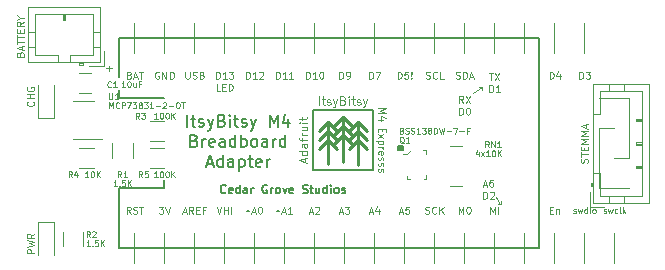
<source format=gto>
G04 #@! TF.GenerationSoftware,KiCad,Pcbnew,(5.0.0-rc2-dev-444-g2974a2c10)*
G04 #@! TF.CreationDate,2019-12-17T20:33:03-08:00*
G04 #@! TF.ProjectId,ItsyBitsy breadboard,49747379426974737920627265616462,v02*
G04 #@! TF.SameCoordinates,Original*
G04 #@! TF.FileFunction,Legend,Top*
G04 #@! TF.FilePolarity,Positive*
%FSLAX46Y46*%
G04 Gerber Fmt 4.6, Leading zero omitted, Abs format (unit mm)*
G04 Created by KiCad (PCBNEW (5.0.0-rc2-dev-444-g2974a2c10)) date 12/17/19 20:33:03*
%MOMM*%
%LPD*%
G01*
G04 APERTURE LIST*
%ADD10C,0.150000*%
%ADD11C,0.120000*%
%ADD12C,0.100000*%
%ADD13C,0.140000*%
%ADD14C,0.250000*%
%ADD15C,0.200000*%
G04 APERTURE END LIST*
D10*
X110490000Y-104140000D02*
X110490000Y-103505000D01*
X114300000Y-111760000D02*
X114300000Y-111125000D01*
G36*
X134112000Y-108204000D02*
X134493000Y-108204000D01*
X134493000Y-108585000D01*
X134112000Y-108585000D01*
X134112000Y-108204000D01*
G37*
X134112000Y-108204000D02*
X134493000Y-108204000D01*
X134493000Y-108585000D01*
X134112000Y-108585000D01*
X134112000Y-108204000D01*
D11*
X109372428Y-101642857D02*
X109829571Y-101642857D01*
X109601000Y-101871428D02*
X109601000Y-101414285D01*
D12*
X111760000Y-100330000D02*
X111760000Y-97790000D01*
X114300000Y-100330000D02*
X114300000Y-97790000D01*
X116840000Y-100330000D02*
X116840000Y-97790000D01*
X119380000Y-100330000D02*
X119380000Y-97790000D01*
X121920000Y-100330000D02*
X121920000Y-97790000D01*
X124460000Y-100330000D02*
X124460000Y-97790000D01*
X127000000Y-100330000D02*
X127000000Y-97790000D01*
X129540000Y-100330000D02*
X129540000Y-97790000D01*
X132080000Y-100330000D02*
X132080000Y-97790000D01*
X134620000Y-100330000D02*
X134620000Y-97790000D01*
X137160000Y-100330000D02*
X137160000Y-97790000D01*
X139700000Y-100330000D02*
X139700000Y-97790000D01*
X142240000Y-100330000D02*
X142240000Y-97790000D01*
X144780000Y-100330000D02*
X144780000Y-97790000D01*
X147320000Y-100330000D02*
X147320000Y-97790000D01*
X149860000Y-100330000D02*
X149860000Y-97790000D01*
X111760000Y-115570000D02*
X111760000Y-118110000D01*
X114300000Y-115570000D02*
X114300000Y-118110000D01*
X116840000Y-115570000D02*
X116840000Y-118110000D01*
X119380000Y-115570000D02*
X119380000Y-118110000D01*
X121920000Y-115570000D02*
X121920000Y-118110000D01*
X124460000Y-115570000D02*
X124460000Y-118110000D01*
X127000000Y-115570000D02*
X127000000Y-118110000D01*
X129540000Y-115570000D02*
X129540000Y-118110000D01*
X132080000Y-115570000D02*
X132080000Y-118110000D01*
X134620000Y-115570000D02*
X134620000Y-118110000D01*
X137160000Y-115570000D02*
X137160000Y-118110000D01*
X139700000Y-115570000D02*
X139700000Y-118110000D01*
X142240000Y-115570000D02*
X142240000Y-118110000D01*
X144780000Y-115570000D02*
X144780000Y-118110000D01*
X147320000Y-118110000D02*
X147320000Y-115570000D01*
X149860000Y-118110000D02*
X149860000Y-115570000D01*
X152400000Y-118110000D02*
X152400000Y-115570000D01*
D13*
X119483000Y-112137000D02*
X119449666Y-112170333D01*
X119349666Y-112203666D01*
X119283000Y-112203666D01*
X119183000Y-112170333D01*
X119116333Y-112103666D01*
X119083000Y-112037000D01*
X119049666Y-111903666D01*
X119049666Y-111803666D01*
X119083000Y-111670333D01*
X119116333Y-111603666D01*
X119183000Y-111537000D01*
X119283000Y-111503666D01*
X119349666Y-111503666D01*
X119449666Y-111537000D01*
X119483000Y-111570333D01*
X120049666Y-112170333D02*
X119983000Y-112203666D01*
X119849666Y-112203666D01*
X119783000Y-112170333D01*
X119749666Y-112103666D01*
X119749666Y-111837000D01*
X119783000Y-111770333D01*
X119849666Y-111737000D01*
X119983000Y-111737000D01*
X120049666Y-111770333D01*
X120083000Y-111837000D01*
X120083000Y-111903666D01*
X119749666Y-111970333D01*
X120683000Y-112203666D02*
X120683000Y-111503666D01*
X120683000Y-112170333D02*
X120616333Y-112203666D01*
X120483000Y-112203666D01*
X120416333Y-112170333D01*
X120383000Y-112137000D01*
X120349666Y-112070333D01*
X120349666Y-111870333D01*
X120383000Y-111803666D01*
X120416333Y-111770333D01*
X120483000Y-111737000D01*
X120616333Y-111737000D01*
X120683000Y-111770333D01*
X121316333Y-112203666D02*
X121316333Y-111837000D01*
X121283000Y-111770333D01*
X121216333Y-111737000D01*
X121083000Y-111737000D01*
X121016333Y-111770333D01*
X121316333Y-112170333D02*
X121249666Y-112203666D01*
X121083000Y-112203666D01*
X121016333Y-112170333D01*
X120983000Y-112103666D01*
X120983000Y-112037000D01*
X121016333Y-111970333D01*
X121083000Y-111937000D01*
X121249666Y-111937000D01*
X121316333Y-111903666D01*
X121649666Y-112203666D02*
X121649666Y-111737000D01*
X121649666Y-111870333D02*
X121683000Y-111803666D01*
X121716333Y-111770333D01*
X121783000Y-111737000D01*
X121849666Y-111737000D01*
X122983000Y-111537000D02*
X122916333Y-111503666D01*
X122816333Y-111503666D01*
X122716333Y-111537000D01*
X122649666Y-111603666D01*
X122616333Y-111670333D01*
X122583000Y-111803666D01*
X122583000Y-111903666D01*
X122616333Y-112037000D01*
X122649666Y-112103666D01*
X122716333Y-112170333D01*
X122816333Y-112203666D01*
X122883000Y-112203666D01*
X122983000Y-112170333D01*
X123016333Y-112137000D01*
X123016333Y-111903666D01*
X122883000Y-111903666D01*
X123316333Y-112203666D02*
X123316333Y-111737000D01*
X123316333Y-111870333D02*
X123349666Y-111803666D01*
X123383000Y-111770333D01*
X123449666Y-111737000D01*
X123516333Y-111737000D01*
X123849666Y-112203666D02*
X123783000Y-112170333D01*
X123749666Y-112137000D01*
X123716333Y-112070333D01*
X123716333Y-111870333D01*
X123749666Y-111803666D01*
X123783000Y-111770333D01*
X123849666Y-111737000D01*
X123949666Y-111737000D01*
X124016333Y-111770333D01*
X124049666Y-111803666D01*
X124083000Y-111870333D01*
X124083000Y-112070333D01*
X124049666Y-112137000D01*
X124016333Y-112170333D01*
X123949666Y-112203666D01*
X123849666Y-112203666D01*
X124316333Y-111737000D02*
X124483000Y-112203666D01*
X124649666Y-111737000D01*
X125183000Y-112170333D02*
X125116333Y-112203666D01*
X124983000Y-112203666D01*
X124916333Y-112170333D01*
X124883000Y-112103666D01*
X124883000Y-111837000D01*
X124916333Y-111770333D01*
X124983000Y-111737000D01*
X125116333Y-111737000D01*
X125183000Y-111770333D01*
X125216333Y-111837000D01*
X125216333Y-111903666D01*
X124883000Y-111970333D01*
X126016333Y-112170333D02*
X126116333Y-112203666D01*
X126283000Y-112203666D01*
X126349666Y-112170333D01*
X126383000Y-112137000D01*
X126416333Y-112070333D01*
X126416333Y-112003666D01*
X126383000Y-111937000D01*
X126349666Y-111903666D01*
X126283000Y-111870333D01*
X126149666Y-111837000D01*
X126083000Y-111803666D01*
X126049666Y-111770333D01*
X126016333Y-111703666D01*
X126016333Y-111637000D01*
X126049666Y-111570333D01*
X126083000Y-111537000D01*
X126149666Y-111503666D01*
X126316333Y-111503666D01*
X126416333Y-111537000D01*
X126616333Y-111737000D02*
X126883000Y-111737000D01*
X126716333Y-111503666D02*
X126716333Y-112103666D01*
X126749666Y-112170333D01*
X126816333Y-112203666D01*
X126883000Y-112203666D01*
X127416333Y-111737000D02*
X127416333Y-112203666D01*
X127116333Y-111737000D02*
X127116333Y-112103666D01*
X127149666Y-112170333D01*
X127216333Y-112203666D01*
X127316333Y-112203666D01*
X127383000Y-112170333D01*
X127416333Y-112137000D01*
X128049666Y-112203666D02*
X128049666Y-111503666D01*
X128049666Y-112170333D02*
X127983000Y-112203666D01*
X127849666Y-112203666D01*
X127783000Y-112170333D01*
X127749666Y-112137000D01*
X127716333Y-112070333D01*
X127716333Y-111870333D01*
X127749666Y-111803666D01*
X127783000Y-111770333D01*
X127849666Y-111737000D01*
X127983000Y-111737000D01*
X128049666Y-111770333D01*
X128383000Y-112203666D02*
X128383000Y-111737000D01*
X128383000Y-111503666D02*
X128349666Y-111537000D01*
X128383000Y-111570333D01*
X128416333Y-111537000D01*
X128383000Y-111503666D01*
X128383000Y-111570333D01*
X128816333Y-112203666D02*
X128749666Y-112170333D01*
X128716333Y-112137000D01*
X128683000Y-112070333D01*
X128683000Y-111870333D01*
X128716333Y-111803666D01*
X128749666Y-111770333D01*
X128816333Y-111737000D01*
X128916333Y-111737000D01*
X128983000Y-111770333D01*
X129016333Y-111803666D01*
X129049666Y-111870333D01*
X129049666Y-112070333D01*
X129016333Y-112137000D01*
X128983000Y-112170333D01*
X128916333Y-112203666D01*
X128816333Y-112203666D01*
X129316333Y-112170333D02*
X129383000Y-112203666D01*
X129516333Y-112203666D01*
X129583000Y-112170333D01*
X129616333Y-112103666D01*
X129616333Y-112070333D01*
X129583000Y-112003666D01*
X129516333Y-111970333D01*
X129416333Y-111970333D01*
X129349666Y-111937000D01*
X129316333Y-111870333D01*
X129316333Y-111837000D01*
X129349666Y-111770333D01*
X129416333Y-111737000D01*
X129516333Y-111737000D01*
X129583000Y-111770333D01*
D14*
X128162828Y-106208108D02*
X127400828Y-106970108D01*
X128162828Y-106970108D02*
X127400828Y-107732108D01*
X128162828Y-106970108D02*
X128924828Y-107732108D01*
X128162828Y-107732108D02*
X127400828Y-108494108D01*
X128162828Y-107732108D02*
X128924828Y-108494108D01*
X128162828Y-106208108D02*
X128924828Y-106970108D01*
X130702828Y-106970108D02*
X131464828Y-107732108D01*
X130702828Y-106208108D02*
X129940828Y-106970108D01*
X130702828Y-107732108D02*
X131464828Y-108494108D01*
X128162828Y-109764108D02*
X128162828Y-106208108D01*
X129458228Y-109560908D02*
X129458228Y-105750908D01*
X129458228Y-107274908D02*
X128696228Y-108036908D01*
X130702828Y-106208108D02*
X131464828Y-106970108D01*
X129458228Y-106512908D02*
X130220228Y-107274908D01*
X130708400Y-109804200D02*
X130702828Y-106208108D01*
X129458228Y-105750908D02*
X130220228Y-106512908D01*
X129458228Y-106512908D02*
X128696228Y-107274908D01*
X129458228Y-105750908D02*
X128696228Y-106512908D01*
X129458228Y-107274908D02*
X130220228Y-108036908D01*
X130702828Y-106970108D02*
X129940828Y-107732108D01*
X130702828Y-107732108D02*
X129940828Y-108494108D01*
D12*
X151130000Y-111760000D02*
X153670000Y-111760000D01*
X151130000Y-106680000D02*
X151130000Y-111760000D01*
X152400000Y-106680000D02*
X151130000Y-106680000D01*
X153670000Y-109220000D02*
X152400000Y-109220000D01*
X153670000Y-104140000D02*
X153670000Y-109220000D01*
X151130000Y-104140000D02*
X153670000Y-104140000D01*
D10*
X146050000Y-99060000D02*
X110490000Y-99060000D01*
X146050000Y-116840000D02*
X146050000Y-99060000D01*
X110490000Y-116840000D02*
X146050000Y-116840000D01*
X110490000Y-99060000D02*
X110490000Y-102362000D01*
D11*
X126202266Y-109596000D02*
X126202266Y-109262666D01*
X126402266Y-109662666D02*
X125702266Y-109429333D01*
X126402266Y-109196000D01*
X126402266Y-108662666D02*
X125702266Y-108662666D01*
X126368933Y-108662666D02*
X126402266Y-108729333D01*
X126402266Y-108862666D01*
X126368933Y-108929333D01*
X126335600Y-108962666D01*
X126268933Y-108996000D01*
X126068933Y-108996000D01*
X126002266Y-108962666D01*
X125968933Y-108929333D01*
X125935600Y-108862666D01*
X125935600Y-108729333D01*
X125968933Y-108662666D01*
X126402266Y-108029333D02*
X126035600Y-108029333D01*
X125968933Y-108062666D01*
X125935600Y-108129333D01*
X125935600Y-108262666D01*
X125968933Y-108329333D01*
X126368933Y-108029333D02*
X126402266Y-108096000D01*
X126402266Y-108262666D01*
X126368933Y-108329333D01*
X126302266Y-108362666D01*
X126235600Y-108362666D01*
X126168933Y-108329333D01*
X126135600Y-108262666D01*
X126135600Y-108096000D01*
X126102266Y-108029333D01*
X125935600Y-107796000D02*
X125935600Y-107529333D01*
X126402266Y-107696000D02*
X125802266Y-107696000D01*
X125735600Y-107662666D01*
X125702266Y-107596000D01*
X125702266Y-107529333D01*
X126402266Y-107296000D02*
X125935600Y-107296000D01*
X126068933Y-107296000D02*
X126002266Y-107262666D01*
X125968933Y-107229333D01*
X125935600Y-107162666D01*
X125935600Y-107096000D01*
X125935600Y-106562666D02*
X126402266Y-106562666D01*
X125935600Y-106862666D02*
X126302266Y-106862666D01*
X126368933Y-106829333D01*
X126402266Y-106762666D01*
X126402266Y-106662666D01*
X126368933Y-106596000D01*
X126335600Y-106562666D01*
X126402266Y-106229333D02*
X125935600Y-106229333D01*
X125702266Y-106229333D02*
X125735600Y-106262666D01*
X125768933Y-106229333D01*
X125735600Y-106196000D01*
X125702266Y-106229333D01*
X125768933Y-106229333D01*
X125935600Y-105996000D02*
X125935600Y-105729333D01*
X125702266Y-105896000D02*
X126302266Y-105896000D01*
X126368933Y-105862666D01*
X126402266Y-105796000D01*
X126402266Y-105729333D01*
X132418171Y-105024571D02*
X133018171Y-105024571D01*
X132589600Y-105224571D01*
X133018171Y-105424571D01*
X132418171Y-105424571D01*
X132818171Y-105967428D02*
X132418171Y-105967428D01*
X133046742Y-105824571D02*
X132618171Y-105681714D01*
X132618171Y-106053142D01*
X132732457Y-106738857D02*
X132732457Y-106938857D01*
X132418171Y-107024571D02*
X132418171Y-106738857D01*
X133018171Y-106738857D01*
X133018171Y-107024571D01*
X132418171Y-107224571D02*
X132818171Y-107538857D01*
X132818171Y-107224571D02*
X132418171Y-107538857D01*
X132818171Y-107767428D02*
X132218171Y-107767428D01*
X132789600Y-107767428D02*
X132818171Y-107824571D01*
X132818171Y-107938857D01*
X132789600Y-107996000D01*
X132761028Y-108024571D01*
X132703885Y-108053142D01*
X132532457Y-108053142D01*
X132475314Y-108024571D01*
X132446742Y-107996000D01*
X132418171Y-107938857D01*
X132418171Y-107824571D01*
X132446742Y-107767428D01*
X132418171Y-108310285D02*
X132818171Y-108310285D01*
X132703885Y-108310285D02*
X132761028Y-108338857D01*
X132789600Y-108367428D01*
X132818171Y-108424571D01*
X132818171Y-108481714D01*
X132446742Y-108910285D02*
X132418171Y-108853142D01*
X132418171Y-108738857D01*
X132446742Y-108681714D01*
X132503885Y-108653142D01*
X132732457Y-108653142D01*
X132789600Y-108681714D01*
X132818171Y-108738857D01*
X132818171Y-108853142D01*
X132789600Y-108910285D01*
X132732457Y-108938857D01*
X132675314Y-108938857D01*
X132618171Y-108653142D01*
X132446742Y-109167428D02*
X132418171Y-109224571D01*
X132418171Y-109338857D01*
X132446742Y-109396000D01*
X132503885Y-109424571D01*
X132532457Y-109424571D01*
X132589600Y-109396000D01*
X132618171Y-109338857D01*
X132618171Y-109253142D01*
X132646742Y-109196000D01*
X132703885Y-109167428D01*
X132732457Y-109167428D01*
X132789600Y-109196000D01*
X132818171Y-109253142D01*
X132818171Y-109338857D01*
X132789600Y-109396000D01*
X132446742Y-109653142D02*
X132418171Y-109710285D01*
X132418171Y-109824571D01*
X132446742Y-109881714D01*
X132503885Y-109910285D01*
X132532457Y-109910285D01*
X132589600Y-109881714D01*
X132618171Y-109824571D01*
X132618171Y-109738857D01*
X132646742Y-109681714D01*
X132703885Y-109653142D01*
X132732457Y-109653142D01*
X132789600Y-109681714D01*
X132818171Y-109738857D01*
X132818171Y-109824571D01*
X132789600Y-109881714D01*
X132446742Y-110138857D02*
X132418171Y-110196000D01*
X132418171Y-110310285D01*
X132446742Y-110367428D01*
X132503885Y-110396000D01*
X132532457Y-110396000D01*
X132589600Y-110367428D01*
X132618171Y-110310285D01*
X132618171Y-110224571D01*
X132646742Y-110167428D01*
X132703885Y-110138857D01*
X132732457Y-110138857D01*
X132789600Y-110167428D01*
X132818171Y-110224571D01*
X132818171Y-110310285D01*
X132789600Y-110367428D01*
X127370933Y-104710666D02*
X127370933Y-104010666D01*
X127604266Y-104244000D02*
X127870933Y-104244000D01*
X127704266Y-104010666D02*
X127704266Y-104610666D01*
X127737600Y-104677333D01*
X127804266Y-104710666D01*
X127870933Y-104710666D01*
X128070933Y-104677333D02*
X128137600Y-104710666D01*
X128270933Y-104710666D01*
X128337600Y-104677333D01*
X128370933Y-104610666D01*
X128370933Y-104577333D01*
X128337600Y-104510666D01*
X128270933Y-104477333D01*
X128170933Y-104477333D01*
X128104266Y-104444000D01*
X128070933Y-104377333D01*
X128070933Y-104344000D01*
X128104266Y-104277333D01*
X128170933Y-104244000D01*
X128270933Y-104244000D01*
X128337600Y-104277333D01*
X128604266Y-104244000D02*
X128770933Y-104710666D01*
X128937600Y-104244000D02*
X128770933Y-104710666D01*
X128704266Y-104877333D01*
X128670933Y-104910666D01*
X128604266Y-104944000D01*
X129437600Y-104344000D02*
X129537600Y-104377333D01*
X129570933Y-104410666D01*
X129604266Y-104477333D01*
X129604266Y-104577333D01*
X129570933Y-104644000D01*
X129537600Y-104677333D01*
X129470933Y-104710666D01*
X129204266Y-104710666D01*
X129204266Y-104010666D01*
X129437600Y-104010666D01*
X129504266Y-104044000D01*
X129537600Y-104077333D01*
X129570933Y-104144000D01*
X129570933Y-104210666D01*
X129537600Y-104277333D01*
X129504266Y-104310666D01*
X129437600Y-104344000D01*
X129204266Y-104344000D01*
X129904266Y-104710666D02*
X129904266Y-104244000D01*
X129904266Y-104010666D02*
X129870933Y-104044000D01*
X129904266Y-104077333D01*
X129937600Y-104044000D01*
X129904266Y-104010666D01*
X129904266Y-104077333D01*
X130137600Y-104244000D02*
X130404266Y-104244000D01*
X130237600Y-104010666D02*
X130237600Y-104610666D01*
X130270933Y-104677333D01*
X130337600Y-104710666D01*
X130404266Y-104710666D01*
X130604266Y-104677333D02*
X130670933Y-104710666D01*
X130804266Y-104710666D01*
X130870933Y-104677333D01*
X130904266Y-104610666D01*
X130904266Y-104577333D01*
X130870933Y-104510666D01*
X130804266Y-104477333D01*
X130704266Y-104477333D01*
X130637600Y-104444000D01*
X130604266Y-104377333D01*
X130604266Y-104344000D01*
X130637600Y-104277333D01*
X130704266Y-104244000D01*
X130804266Y-104244000D01*
X130870933Y-104277333D01*
X131137600Y-104244000D02*
X131304266Y-104710666D01*
X131470933Y-104244000D02*
X131304266Y-104710666D01*
X131237600Y-104877333D01*
X131204266Y-104910666D01*
X131137600Y-104944000D01*
D10*
X126847600Y-110236000D02*
X126847600Y-105156000D01*
X131927600Y-110236000D02*
X126847600Y-110236000D01*
X131927600Y-105156000D02*
X131927600Y-110236000D01*
X126847600Y-105156000D02*
X131927600Y-105156000D01*
X114300000Y-111760000D02*
X110490000Y-111760000D01*
X110490000Y-111760000D02*
X110490000Y-116840000D01*
X110490000Y-104140000D02*
X114300000Y-104140000D01*
D12*
X141224000Y-103251000D02*
X141224000Y-103505000D01*
X141224000Y-103251000D02*
X140970000Y-103251000D01*
X140462000Y-103759000D02*
X141224000Y-103251000D01*
D11*
X139600000Y-104536428D02*
X139400000Y-104250714D01*
X139257142Y-104536428D02*
X139257142Y-103936428D01*
X139485714Y-103936428D01*
X139542857Y-103965000D01*
X139571428Y-103993571D01*
X139600000Y-104050714D01*
X139600000Y-104136428D01*
X139571428Y-104193571D01*
X139542857Y-104222142D01*
X139485714Y-104250714D01*
X139257142Y-104250714D01*
X139800000Y-103936428D02*
X140200000Y-104536428D01*
X140200000Y-103936428D02*
X139800000Y-104536428D01*
X139257142Y-105556428D02*
X139257142Y-104956428D01*
X139400000Y-104956428D01*
X139485714Y-104985000D01*
X139542857Y-105042142D01*
X139571428Y-105099285D01*
X139600000Y-105213571D01*
X139600000Y-105299285D01*
X139571428Y-105413571D01*
X139542857Y-105470714D01*
X139485714Y-105527857D01*
X139400000Y-105556428D01*
X139257142Y-105556428D01*
X139971428Y-104956428D02*
X140028571Y-104956428D01*
X140085714Y-104985000D01*
X140114285Y-105013571D01*
X140142857Y-105070714D01*
X140171428Y-105185000D01*
X140171428Y-105327857D01*
X140142857Y-105442142D01*
X140114285Y-105499285D01*
X140085714Y-105527857D01*
X140028571Y-105556428D01*
X139971428Y-105556428D01*
X139914285Y-105527857D01*
X139885714Y-105499285D01*
X139857142Y-105442142D01*
X139828571Y-105327857D01*
X139828571Y-105185000D01*
X139857142Y-105070714D01*
X139885714Y-105013571D01*
X139914285Y-104985000D01*
X139971428Y-104956428D01*
D12*
X142771468Y-113153636D02*
X142517468Y-113153636D01*
X142771468Y-113153636D02*
X142771468Y-112899636D01*
X142367000Y-112522000D02*
X142748000Y-113157000D01*
D11*
X141303428Y-111477000D02*
X141589142Y-111477000D01*
X141246285Y-111648428D02*
X141446285Y-111048428D01*
X141646285Y-111648428D01*
X142103428Y-111048428D02*
X141989142Y-111048428D01*
X141932000Y-111077000D01*
X141903428Y-111105571D01*
X141846285Y-111191285D01*
X141817714Y-111305571D01*
X141817714Y-111534142D01*
X141846285Y-111591285D01*
X141874857Y-111619857D01*
X141932000Y-111648428D01*
X142046285Y-111648428D01*
X142103428Y-111619857D01*
X142132000Y-111591285D01*
X142160571Y-111534142D01*
X142160571Y-111391285D01*
X142132000Y-111334142D01*
X142103428Y-111305571D01*
X142046285Y-111277000D01*
X141932000Y-111277000D01*
X141874857Y-111305571D01*
X141846285Y-111334142D01*
X141817714Y-111391285D01*
X141289142Y-112668428D02*
X141289142Y-112068428D01*
X141432000Y-112068428D01*
X141517714Y-112097000D01*
X141574857Y-112154142D01*
X141603428Y-112211285D01*
X141632000Y-112325571D01*
X141632000Y-112411285D01*
X141603428Y-112525571D01*
X141574857Y-112582714D01*
X141517714Y-112639857D01*
X141432000Y-112668428D01*
X141289142Y-112668428D01*
X141860571Y-112125571D02*
X141889142Y-112097000D01*
X141946285Y-112068428D01*
X142089142Y-112068428D01*
X142146285Y-112097000D01*
X142174857Y-112125571D01*
X142203428Y-112182714D01*
X142203428Y-112239857D01*
X142174857Y-112325571D01*
X141832000Y-112668428D01*
X142203428Y-112668428D01*
X141897142Y-113936428D02*
X141897142Y-113336428D01*
X142097142Y-113765000D01*
X142297142Y-113336428D01*
X142297142Y-113936428D01*
X142582857Y-113936428D02*
X142582857Y-113336428D01*
X139214285Y-113936428D02*
X139214285Y-113336428D01*
X139414285Y-113765000D01*
X139614285Y-113336428D01*
X139614285Y-113936428D01*
X140014285Y-113336428D02*
X140071428Y-113336428D01*
X140128571Y-113365000D01*
X140157142Y-113393571D01*
X140185714Y-113450714D01*
X140214285Y-113565000D01*
X140214285Y-113707857D01*
X140185714Y-113822142D01*
X140157142Y-113879285D01*
X140128571Y-113907857D01*
X140071428Y-113936428D01*
X140014285Y-113936428D01*
X139957142Y-113907857D01*
X139928571Y-113879285D01*
X139900000Y-113822142D01*
X139871428Y-113707857D01*
X139871428Y-113565000D01*
X139900000Y-113450714D01*
X139928571Y-113393571D01*
X139957142Y-113365000D01*
X140014285Y-113336428D01*
X136388571Y-113907857D02*
X136474285Y-113936428D01*
X136617142Y-113936428D01*
X136674285Y-113907857D01*
X136702857Y-113879285D01*
X136731428Y-113822142D01*
X136731428Y-113765000D01*
X136702857Y-113707857D01*
X136674285Y-113679285D01*
X136617142Y-113650714D01*
X136502857Y-113622142D01*
X136445714Y-113593571D01*
X136417142Y-113565000D01*
X136388571Y-113507857D01*
X136388571Y-113450714D01*
X136417142Y-113393571D01*
X136445714Y-113365000D01*
X136502857Y-113336428D01*
X136645714Y-113336428D01*
X136731428Y-113365000D01*
X137331428Y-113879285D02*
X137302857Y-113907857D01*
X137217142Y-113936428D01*
X137160000Y-113936428D01*
X137074285Y-113907857D01*
X137017142Y-113850714D01*
X136988571Y-113793571D01*
X136960000Y-113679285D01*
X136960000Y-113593571D01*
X136988571Y-113479285D01*
X137017142Y-113422142D01*
X137074285Y-113365000D01*
X137160000Y-113336428D01*
X137217142Y-113336428D01*
X137302857Y-113365000D01*
X137331428Y-113393571D01*
X137588571Y-113936428D02*
X137588571Y-113336428D01*
X137931428Y-113936428D02*
X137674285Y-113593571D01*
X137931428Y-113336428D02*
X137588571Y-113679285D01*
X134191428Y-113765000D02*
X134477142Y-113765000D01*
X134134285Y-113936428D02*
X134334285Y-113336428D01*
X134534285Y-113936428D01*
X135020000Y-113336428D02*
X134734285Y-113336428D01*
X134705714Y-113622142D01*
X134734285Y-113593571D01*
X134791428Y-113565000D01*
X134934285Y-113565000D01*
X134991428Y-113593571D01*
X135020000Y-113622142D01*
X135048571Y-113679285D01*
X135048571Y-113822142D01*
X135020000Y-113879285D01*
X134991428Y-113907857D01*
X134934285Y-113936428D01*
X134791428Y-113936428D01*
X134734285Y-113907857D01*
X134705714Y-113879285D01*
X131651428Y-113765000D02*
X131937142Y-113765000D01*
X131594285Y-113936428D02*
X131794285Y-113336428D01*
X131994285Y-113936428D01*
X132451428Y-113536428D02*
X132451428Y-113936428D01*
X132308571Y-113307857D02*
X132165714Y-113736428D01*
X132537142Y-113736428D01*
X129111428Y-113765000D02*
X129397142Y-113765000D01*
X129054285Y-113936428D02*
X129254285Y-113336428D01*
X129454285Y-113936428D01*
X129597142Y-113336428D02*
X129968571Y-113336428D01*
X129768571Y-113565000D01*
X129854285Y-113565000D01*
X129911428Y-113593571D01*
X129940000Y-113622142D01*
X129968571Y-113679285D01*
X129968571Y-113822142D01*
X129940000Y-113879285D01*
X129911428Y-113907857D01*
X129854285Y-113936428D01*
X129682857Y-113936428D01*
X129625714Y-113907857D01*
X129597142Y-113879285D01*
X126571428Y-113765000D02*
X126857142Y-113765000D01*
X126514285Y-113936428D02*
X126714285Y-113336428D01*
X126914285Y-113936428D01*
X127085714Y-113393571D02*
X127114285Y-113365000D01*
X127171428Y-113336428D01*
X127314285Y-113336428D01*
X127371428Y-113365000D01*
X127400000Y-113393571D01*
X127428571Y-113450714D01*
X127428571Y-113507857D01*
X127400000Y-113593571D01*
X127057142Y-113936428D01*
X127428571Y-113936428D01*
X123760000Y-113707857D02*
X123788571Y-113679285D01*
X123845714Y-113650714D01*
X123960000Y-113707857D01*
X124017142Y-113679285D01*
X124045714Y-113650714D01*
X124245714Y-113765000D02*
X124531428Y-113765000D01*
X124188571Y-113936428D02*
X124388571Y-113336428D01*
X124588571Y-113936428D01*
X125102857Y-113936428D02*
X124760000Y-113936428D01*
X124931428Y-113936428D02*
X124931428Y-113336428D01*
X124874285Y-113422142D01*
X124817142Y-113479285D01*
X124760000Y-113507857D01*
X121220000Y-113707857D02*
X121248571Y-113679285D01*
X121305714Y-113650714D01*
X121420000Y-113707857D01*
X121477142Y-113679285D01*
X121505714Y-113650714D01*
X121705714Y-113765000D02*
X121991428Y-113765000D01*
X121648571Y-113936428D02*
X121848571Y-113336428D01*
X122048571Y-113936428D01*
X122362857Y-113336428D02*
X122420000Y-113336428D01*
X122477142Y-113365000D01*
X122505714Y-113393571D01*
X122534285Y-113450714D01*
X122562857Y-113565000D01*
X122562857Y-113707857D01*
X122534285Y-113822142D01*
X122505714Y-113879285D01*
X122477142Y-113907857D01*
X122420000Y-113936428D01*
X122362857Y-113936428D01*
X122305714Y-113907857D01*
X122277142Y-113879285D01*
X122248571Y-113822142D01*
X122220000Y-113707857D01*
X122220000Y-113565000D01*
X122248571Y-113450714D01*
X122277142Y-113393571D01*
X122305714Y-113365000D01*
X122362857Y-113336428D01*
X118722857Y-113336428D02*
X118922857Y-113936428D01*
X119122857Y-113336428D01*
X119322857Y-113936428D02*
X119322857Y-113336428D01*
X119322857Y-113622142D02*
X119665714Y-113622142D01*
X119665714Y-113936428D02*
X119665714Y-113336428D01*
X119951428Y-113936428D02*
X119951428Y-113336428D01*
X115868571Y-113765000D02*
X116154285Y-113765000D01*
X115811428Y-113936428D02*
X116011428Y-113336428D01*
X116211428Y-113936428D01*
X116754285Y-113936428D02*
X116554285Y-113650714D01*
X116411428Y-113936428D02*
X116411428Y-113336428D01*
X116640000Y-113336428D01*
X116697142Y-113365000D01*
X116725714Y-113393571D01*
X116754285Y-113450714D01*
X116754285Y-113536428D01*
X116725714Y-113593571D01*
X116697142Y-113622142D01*
X116640000Y-113650714D01*
X116411428Y-113650714D01*
X117011428Y-113622142D02*
X117211428Y-113622142D01*
X117297142Y-113936428D02*
X117011428Y-113936428D01*
X117011428Y-113336428D01*
X117297142Y-113336428D01*
X117754285Y-113622142D02*
X117554285Y-113622142D01*
X117554285Y-113936428D02*
X117554285Y-113336428D01*
X117840000Y-113336428D01*
X113842857Y-113336428D02*
X114214285Y-113336428D01*
X114014285Y-113565000D01*
X114100000Y-113565000D01*
X114157142Y-113593571D01*
X114185714Y-113622142D01*
X114214285Y-113679285D01*
X114214285Y-113822142D01*
X114185714Y-113879285D01*
X114157142Y-113907857D01*
X114100000Y-113936428D01*
X113928571Y-113936428D01*
X113871428Y-113907857D01*
X113842857Y-113879285D01*
X114385714Y-113336428D02*
X114585714Y-113936428D01*
X114785714Y-113336428D01*
X111431428Y-113936428D02*
X111231428Y-113650714D01*
X111088571Y-113936428D02*
X111088571Y-113336428D01*
X111317142Y-113336428D01*
X111374285Y-113365000D01*
X111402857Y-113393571D01*
X111431428Y-113450714D01*
X111431428Y-113536428D01*
X111402857Y-113593571D01*
X111374285Y-113622142D01*
X111317142Y-113650714D01*
X111088571Y-113650714D01*
X111660000Y-113907857D02*
X111745714Y-113936428D01*
X111888571Y-113936428D01*
X111945714Y-113907857D01*
X111974285Y-113879285D01*
X112002857Y-113822142D01*
X112002857Y-113765000D01*
X111974285Y-113707857D01*
X111945714Y-113679285D01*
X111888571Y-113650714D01*
X111774285Y-113622142D01*
X111717142Y-113593571D01*
X111688571Y-113565000D01*
X111660000Y-113507857D01*
X111660000Y-113450714D01*
X111688571Y-113393571D01*
X111717142Y-113365000D01*
X111774285Y-113336428D01*
X111917142Y-113336428D01*
X112002857Y-113365000D01*
X112174285Y-113336428D02*
X112517142Y-113336428D01*
X112345714Y-113936428D02*
X112345714Y-113336428D01*
X111317142Y-102192142D02*
X111402857Y-102220714D01*
X111431428Y-102249285D01*
X111460000Y-102306428D01*
X111460000Y-102392142D01*
X111431428Y-102449285D01*
X111402857Y-102477857D01*
X111345714Y-102506428D01*
X111117142Y-102506428D01*
X111117142Y-101906428D01*
X111317142Y-101906428D01*
X111374285Y-101935000D01*
X111402857Y-101963571D01*
X111431428Y-102020714D01*
X111431428Y-102077857D01*
X111402857Y-102135000D01*
X111374285Y-102163571D01*
X111317142Y-102192142D01*
X111117142Y-102192142D01*
X111688571Y-102335000D02*
X111974285Y-102335000D01*
X111631428Y-102506428D02*
X111831428Y-101906428D01*
X112031428Y-102506428D01*
X112145714Y-101906428D02*
X112488571Y-101906428D01*
X112317142Y-102506428D02*
X112317142Y-101906428D01*
X113842857Y-101935000D02*
X113785714Y-101906428D01*
X113700000Y-101906428D01*
X113614285Y-101935000D01*
X113557142Y-101992142D01*
X113528571Y-102049285D01*
X113500000Y-102163571D01*
X113500000Y-102249285D01*
X113528571Y-102363571D01*
X113557142Y-102420714D01*
X113614285Y-102477857D01*
X113700000Y-102506428D01*
X113757142Y-102506428D01*
X113842857Y-102477857D01*
X113871428Y-102449285D01*
X113871428Y-102249285D01*
X113757142Y-102249285D01*
X114128571Y-102506428D02*
X114128571Y-101906428D01*
X114471428Y-102506428D01*
X114471428Y-101906428D01*
X114757142Y-102506428D02*
X114757142Y-101906428D01*
X114900000Y-101906428D01*
X114985714Y-101935000D01*
X115042857Y-101992142D01*
X115071428Y-102049285D01*
X115100000Y-102163571D01*
X115100000Y-102249285D01*
X115071428Y-102363571D01*
X115042857Y-102420714D01*
X114985714Y-102477857D01*
X114900000Y-102506428D01*
X114757142Y-102506428D01*
X116082857Y-101906428D02*
X116082857Y-102392142D01*
X116111428Y-102449285D01*
X116140000Y-102477857D01*
X116197142Y-102506428D01*
X116311428Y-102506428D01*
X116368571Y-102477857D01*
X116397142Y-102449285D01*
X116425714Y-102392142D01*
X116425714Y-101906428D01*
X116682857Y-102477857D02*
X116768571Y-102506428D01*
X116911428Y-102506428D01*
X116968571Y-102477857D01*
X116997142Y-102449285D01*
X117025714Y-102392142D01*
X117025714Y-102335000D01*
X116997142Y-102277857D01*
X116968571Y-102249285D01*
X116911428Y-102220714D01*
X116797142Y-102192142D01*
X116740000Y-102163571D01*
X116711428Y-102135000D01*
X116682857Y-102077857D01*
X116682857Y-102020714D01*
X116711428Y-101963571D01*
X116740000Y-101935000D01*
X116797142Y-101906428D01*
X116940000Y-101906428D01*
X117025714Y-101935000D01*
X117482857Y-102192142D02*
X117568571Y-102220714D01*
X117597142Y-102249285D01*
X117625714Y-102306428D01*
X117625714Y-102392142D01*
X117597142Y-102449285D01*
X117568571Y-102477857D01*
X117511428Y-102506428D01*
X117282857Y-102506428D01*
X117282857Y-101906428D01*
X117482857Y-101906428D01*
X117540000Y-101935000D01*
X117568571Y-101963571D01*
X117597142Y-102020714D01*
X117597142Y-102077857D01*
X117568571Y-102135000D01*
X117540000Y-102163571D01*
X117482857Y-102192142D01*
X117282857Y-102192142D01*
X118651428Y-102504428D02*
X118651428Y-101904428D01*
X118794285Y-101904428D01*
X118880000Y-101933000D01*
X118937142Y-101990142D01*
X118965714Y-102047285D01*
X118994285Y-102161571D01*
X118994285Y-102247285D01*
X118965714Y-102361571D01*
X118937142Y-102418714D01*
X118880000Y-102475857D01*
X118794285Y-102504428D01*
X118651428Y-102504428D01*
X119565714Y-102504428D02*
X119222857Y-102504428D01*
X119394285Y-102504428D02*
X119394285Y-101904428D01*
X119337142Y-101990142D01*
X119280000Y-102047285D01*
X119222857Y-102075857D01*
X119765714Y-101904428D02*
X120137142Y-101904428D01*
X119937142Y-102133000D01*
X120022857Y-102133000D01*
X120080000Y-102161571D01*
X120108571Y-102190142D01*
X120137142Y-102247285D01*
X120137142Y-102390142D01*
X120108571Y-102447285D01*
X120080000Y-102475857D01*
X120022857Y-102504428D01*
X119851428Y-102504428D01*
X119794285Y-102475857D01*
X119765714Y-102447285D01*
X118994285Y-103524428D02*
X118708571Y-103524428D01*
X118708571Y-102924428D01*
X119194285Y-103210142D02*
X119394285Y-103210142D01*
X119480000Y-103524428D02*
X119194285Y-103524428D01*
X119194285Y-102924428D01*
X119480000Y-102924428D01*
X119737142Y-103524428D02*
X119737142Y-102924428D01*
X119880000Y-102924428D01*
X119965714Y-102953000D01*
X120022857Y-103010142D01*
X120051428Y-103067285D01*
X120080000Y-103181571D01*
X120080000Y-103267285D01*
X120051428Y-103381571D01*
X120022857Y-103438714D01*
X119965714Y-103495857D01*
X119880000Y-103524428D01*
X119737142Y-103524428D01*
X121191428Y-102506428D02*
X121191428Y-101906428D01*
X121334285Y-101906428D01*
X121420000Y-101935000D01*
X121477142Y-101992142D01*
X121505714Y-102049285D01*
X121534285Y-102163571D01*
X121534285Y-102249285D01*
X121505714Y-102363571D01*
X121477142Y-102420714D01*
X121420000Y-102477857D01*
X121334285Y-102506428D01*
X121191428Y-102506428D01*
X122105714Y-102506428D02*
X121762857Y-102506428D01*
X121934285Y-102506428D02*
X121934285Y-101906428D01*
X121877142Y-101992142D01*
X121820000Y-102049285D01*
X121762857Y-102077857D01*
X122334285Y-101963571D02*
X122362857Y-101935000D01*
X122420000Y-101906428D01*
X122562857Y-101906428D01*
X122620000Y-101935000D01*
X122648571Y-101963571D01*
X122677142Y-102020714D01*
X122677142Y-102077857D01*
X122648571Y-102163571D01*
X122305714Y-102506428D01*
X122677142Y-102506428D01*
X123731428Y-102506428D02*
X123731428Y-101906428D01*
X123874285Y-101906428D01*
X123960000Y-101935000D01*
X124017142Y-101992142D01*
X124045714Y-102049285D01*
X124074285Y-102163571D01*
X124074285Y-102249285D01*
X124045714Y-102363571D01*
X124017142Y-102420714D01*
X123960000Y-102477857D01*
X123874285Y-102506428D01*
X123731428Y-102506428D01*
X124645714Y-102506428D02*
X124302857Y-102506428D01*
X124474285Y-102506428D02*
X124474285Y-101906428D01*
X124417142Y-101992142D01*
X124360000Y-102049285D01*
X124302857Y-102077857D01*
X125217142Y-102506428D02*
X124874285Y-102506428D01*
X125045714Y-102506428D02*
X125045714Y-101906428D01*
X124988571Y-101992142D01*
X124931428Y-102049285D01*
X124874285Y-102077857D01*
X126271428Y-102506428D02*
X126271428Y-101906428D01*
X126414285Y-101906428D01*
X126500000Y-101935000D01*
X126557142Y-101992142D01*
X126585714Y-102049285D01*
X126614285Y-102163571D01*
X126614285Y-102249285D01*
X126585714Y-102363571D01*
X126557142Y-102420714D01*
X126500000Y-102477857D01*
X126414285Y-102506428D01*
X126271428Y-102506428D01*
X127185714Y-102506428D02*
X126842857Y-102506428D01*
X127014285Y-102506428D02*
X127014285Y-101906428D01*
X126957142Y-101992142D01*
X126900000Y-102049285D01*
X126842857Y-102077857D01*
X127557142Y-101906428D02*
X127614285Y-101906428D01*
X127671428Y-101935000D01*
X127700000Y-101963571D01*
X127728571Y-102020714D01*
X127757142Y-102135000D01*
X127757142Y-102277857D01*
X127728571Y-102392142D01*
X127700000Y-102449285D01*
X127671428Y-102477857D01*
X127614285Y-102506428D01*
X127557142Y-102506428D01*
X127500000Y-102477857D01*
X127471428Y-102449285D01*
X127442857Y-102392142D01*
X127414285Y-102277857D01*
X127414285Y-102135000D01*
X127442857Y-102020714D01*
X127471428Y-101963571D01*
X127500000Y-101935000D01*
X127557142Y-101906428D01*
X129097142Y-102506428D02*
X129097142Y-101906428D01*
X129240000Y-101906428D01*
X129325714Y-101935000D01*
X129382857Y-101992142D01*
X129411428Y-102049285D01*
X129440000Y-102163571D01*
X129440000Y-102249285D01*
X129411428Y-102363571D01*
X129382857Y-102420714D01*
X129325714Y-102477857D01*
X129240000Y-102506428D01*
X129097142Y-102506428D01*
X129725714Y-102506428D02*
X129840000Y-102506428D01*
X129897142Y-102477857D01*
X129925714Y-102449285D01*
X129982857Y-102363571D01*
X130011428Y-102249285D01*
X130011428Y-102020714D01*
X129982857Y-101963571D01*
X129954285Y-101935000D01*
X129897142Y-101906428D01*
X129782857Y-101906428D01*
X129725714Y-101935000D01*
X129697142Y-101963571D01*
X129668571Y-102020714D01*
X129668571Y-102163571D01*
X129697142Y-102220714D01*
X129725714Y-102249285D01*
X129782857Y-102277857D01*
X129897142Y-102277857D01*
X129954285Y-102249285D01*
X129982857Y-102220714D01*
X130011428Y-102163571D01*
X131637142Y-102506428D02*
X131637142Y-101906428D01*
X131780000Y-101906428D01*
X131865714Y-101935000D01*
X131922857Y-101992142D01*
X131951428Y-102049285D01*
X131980000Y-102163571D01*
X131980000Y-102249285D01*
X131951428Y-102363571D01*
X131922857Y-102420714D01*
X131865714Y-102477857D01*
X131780000Y-102506428D01*
X131637142Y-102506428D01*
X132180000Y-101906428D02*
X132580000Y-101906428D01*
X132322857Y-102506428D01*
X134034285Y-102506428D02*
X134034285Y-101906428D01*
X134177142Y-101906428D01*
X134262857Y-101935000D01*
X134320000Y-101992142D01*
X134348571Y-102049285D01*
X134377142Y-102163571D01*
X134377142Y-102249285D01*
X134348571Y-102363571D01*
X134320000Y-102420714D01*
X134262857Y-102477857D01*
X134177142Y-102506428D01*
X134034285Y-102506428D01*
X134920000Y-101906428D02*
X134634285Y-101906428D01*
X134605714Y-102192142D01*
X134634285Y-102163571D01*
X134691428Y-102135000D01*
X134834285Y-102135000D01*
X134891428Y-102163571D01*
X134920000Y-102192142D01*
X134948571Y-102249285D01*
X134948571Y-102392142D01*
X134920000Y-102449285D01*
X134891428Y-102477857D01*
X134834285Y-102506428D01*
X134691428Y-102506428D01*
X134634285Y-102477857D01*
X134605714Y-102449285D01*
X135205714Y-102449285D02*
X135234285Y-102477857D01*
X135205714Y-102506428D01*
X135177142Y-102477857D01*
X135205714Y-102449285D01*
X135205714Y-102506428D01*
X135205714Y-102277857D02*
X135177142Y-101935000D01*
X135205714Y-101906428D01*
X135234285Y-101935000D01*
X135205714Y-102277857D01*
X135205714Y-101906428D01*
X136445714Y-102477857D02*
X136531428Y-102506428D01*
X136674285Y-102506428D01*
X136731428Y-102477857D01*
X136760000Y-102449285D01*
X136788571Y-102392142D01*
X136788571Y-102335000D01*
X136760000Y-102277857D01*
X136731428Y-102249285D01*
X136674285Y-102220714D01*
X136560000Y-102192142D01*
X136502857Y-102163571D01*
X136474285Y-102135000D01*
X136445714Y-102077857D01*
X136445714Y-102020714D01*
X136474285Y-101963571D01*
X136502857Y-101935000D01*
X136560000Y-101906428D01*
X136702857Y-101906428D01*
X136788571Y-101935000D01*
X137388571Y-102449285D02*
X137360000Y-102477857D01*
X137274285Y-102506428D01*
X137217142Y-102506428D01*
X137131428Y-102477857D01*
X137074285Y-102420714D01*
X137045714Y-102363571D01*
X137017142Y-102249285D01*
X137017142Y-102163571D01*
X137045714Y-102049285D01*
X137074285Y-101992142D01*
X137131428Y-101935000D01*
X137217142Y-101906428D01*
X137274285Y-101906428D01*
X137360000Y-101935000D01*
X137388571Y-101963571D01*
X137931428Y-102506428D02*
X137645714Y-102506428D01*
X137645714Y-101906428D01*
X138971428Y-102477857D02*
X139057142Y-102506428D01*
X139200000Y-102506428D01*
X139257142Y-102477857D01*
X139285714Y-102449285D01*
X139314285Y-102392142D01*
X139314285Y-102335000D01*
X139285714Y-102277857D01*
X139257142Y-102249285D01*
X139200000Y-102220714D01*
X139085714Y-102192142D01*
X139028571Y-102163571D01*
X139000000Y-102135000D01*
X138971428Y-102077857D01*
X138971428Y-102020714D01*
X139000000Y-101963571D01*
X139028571Y-101935000D01*
X139085714Y-101906428D01*
X139228571Y-101906428D01*
X139314285Y-101935000D01*
X139571428Y-102506428D02*
X139571428Y-101906428D01*
X139714285Y-101906428D01*
X139800000Y-101935000D01*
X139857142Y-101992142D01*
X139885714Y-102049285D01*
X139914285Y-102163571D01*
X139914285Y-102249285D01*
X139885714Y-102363571D01*
X139857142Y-102420714D01*
X139800000Y-102477857D01*
X139714285Y-102506428D01*
X139571428Y-102506428D01*
X140142857Y-102335000D02*
X140428571Y-102335000D01*
X140085714Y-102506428D02*
X140285714Y-101906428D01*
X140485714Y-102506428D01*
X141782857Y-102031428D02*
X142125714Y-102031428D01*
X141954285Y-102631428D02*
X141954285Y-102031428D01*
X142268571Y-102031428D02*
X142668571Y-102631428D01*
X142668571Y-102031428D02*
X142268571Y-102631428D01*
X141797142Y-103651428D02*
X141797142Y-103051428D01*
X141940000Y-103051428D01*
X142025714Y-103080000D01*
X142082857Y-103137142D01*
X142111428Y-103194285D01*
X142140000Y-103308571D01*
X142140000Y-103394285D01*
X142111428Y-103508571D01*
X142082857Y-103565714D01*
X142025714Y-103622857D01*
X141940000Y-103651428D01*
X141797142Y-103651428D01*
X142711428Y-103651428D02*
X142368571Y-103651428D01*
X142540000Y-103651428D02*
X142540000Y-103051428D01*
X142482857Y-103137142D01*
X142425714Y-103194285D01*
X142368571Y-103222857D01*
X149417142Y-102506428D02*
X149417142Y-101906428D01*
X149560000Y-101906428D01*
X149645714Y-101935000D01*
X149702857Y-101992142D01*
X149731428Y-102049285D01*
X149760000Y-102163571D01*
X149760000Y-102249285D01*
X149731428Y-102363571D01*
X149702857Y-102420714D01*
X149645714Y-102477857D01*
X149560000Y-102506428D01*
X149417142Y-102506428D01*
X149960000Y-101906428D02*
X150331428Y-101906428D01*
X150131428Y-102135000D01*
X150217142Y-102135000D01*
X150274285Y-102163571D01*
X150302857Y-102192142D01*
X150331428Y-102249285D01*
X150331428Y-102392142D01*
X150302857Y-102449285D01*
X150274285Y-102477857D01*
X150217142Y-102506428D01*
X150045714Y-102506428D01*
X149988571Y-102477857D01*
X149960000Y-102449285D01*
X146902542Y-102506428D02*
X146902542Y-101906428D01*
X147045400Y-101906428D01*
X147131114Y-101935000D01*
X147188257Y-101992142D01*
X147216828Y-102049285D01*
X147245400Y-102163571D01*
X147245400Y-102249285D01*
X147216828Y-102363571D01*
X147188257Y-102420714D01*
X147131114Y-102477857D01*
X147045400Y-102506428D01*
X146902542Y-102506428D01*
X147759685Y-102106428D02*
X147759685Y-102506428D01*
X147616828Y-101877857D02*
X147473971Y-102306428D01*
X147845400Y-102306428D01*
D12*
X151483333Y-113867380D02*
X151530952Y-113891190D01*
X151626190Y-113891190D01*
X151673809Y-113867380D01*
X151697619Y-113819761D01*
X151697619Y-113795952D01*
X151673809Y-113748333D01*
X151626190Y-113724523D01*
X151554761Y-113724523D01*
X151507142Y-113700714D01*
X151483333Y-113653095D01*
X151483333Y-113629285D01*
X151507142Y-113581666D01*
X151554761Y-113557857D01*
X151626190Y-113557857D01*
X151673809Y-113581666D01*
X151864285Y-113557857D02*
X151959523Y-113891190D01*
X152054761Y-113653095D01*
X152150000Y-113891190D01*
X152245238Y-113557857D01*
X152650000Y-113867380D02*
X152602380Y-113891190D01*
X152507142Y-113891190D01*
X152459523Y-113867380D01*
X152435714Y-113843571D01*
X152411904Y-113795952D01*
X152411904Y-113653095D01*
X152435714Y-113605476D01*
X152459523Y-113581666D01*
X152507142Y-113557857D01*
X152602380Y-113557857D01*
X152650000Y-113581666D01*
X152935714Y-113891190D02*
X152888095Y-113867380D01*
X152864285Y-113819761D01*
X152864285Y-113391190D01*
X153126190Y-113891190D02*
X153126190Y-113391190D01*
X153173809Y-113700714D02*
X153316666Y-113891190D01*
X153316666Y-113557857D02*
X153126190Y-113748333D01*
X148919523Y-113867380D02*
X148967142Y-113891190D01*
X149062380Y-113891190D01*
X149110000Y-113867380D01*
X149133809Y-113819761D01*
X149133809Y-113795952D01*
X149110000Y-113748333D01*
X149062380Y-113724523D01*
X148990952Y-113724523D01*
X148943333Y-113700714D01*
X148919523Y-113653095D01*
X148919523Y-113629285D01*
X148943333Y-113581666D01*
X148990952Y-113557857D01*
X149062380Y-113557857D01*
X149110000Y-113581666D01*
X149300476Y-113557857D02*
X149395714Y-113891190D01*
X149490952Y-113653095D01*
X149586190Y-113891190D01*
X149681428Y-113557857D01*
X150086190Y-113891190D02*
X150086190Y-113391190D01*
X150086190Y-113867380D02*
X150038571Y-113891190D01*
X149943333Y-113891190D01*
X149895714Y-113867380D01*
X149871904Y-113843571D01*
X149848095Y-113795952D01*
X149848095Y-113653095D01*
X149871904Y-113605476D01*
X149895714Y-113581666D01*
X149943333Y-113557857D01*
X150038571Y-113557857D01*
X150086190Y-113581666D01*
X150324285Y-113891190D02*
X150324285Y-113557857D01*
X150324285Y-113391190D02*
X150300476Y-113415000D01*
X150324285Y-113438809D01*
X150348095Y-113415000D01*
X150324285Y-113391190D01*
X150324285Y-113438809D01*
X150633809Y-113891190D02*
X150586190Y-113867380D01*
X150562380Y-113843571D01*
X150538571Y-113795952D01*
X150538571Y-113653095D01*
X150562380Y-113605476D01*
X150586190Y-113581666D01*
X150633809Y-113557857D01*
X150705238Y-113557857D01*
X150752857Y-113581666D01*
X150776666Y-113605476D01*
X150800476Y-113653095D01*
X150800476Y-113795952D01*
X150776666Y-113843571D01*
X150752857Y-113867380D01*
X150705238Y-113891190D01*
X150633809Y-113891190D01*
D11*
X146945400Y-113622142D02*
X147145400Y-113622142D01*
X147231114Y-113936428D02*
X146945400Y-113936428D01*
X146945400Y-113336428D01*
X147231114Y-113336428D01*
X147488257Y-113536428D02*
X147488257Y-113936428D01*
X147488257Y-113593571D02*
X147516828Y-113565000D01*
X147573971Y-113536428D01*
X147659685Y-113536428D01*
X147716828Y-113565000D01*
X147745400Y-113622142D01*
X147745400Y-113936428D01*
D15*
X116213476Y-106575380D02*
X116213476Y-105575380D01*
X116546809Y-105908714D02*
X116927761Y-105908714D01*
X116689666Y-105575380D02*
X116689666Y-106432523D01*
X116737285Y-106527761D01*
X116832523Y-106575380D01*
X116927761Y-106575380D01*
X117213476Y-106527761D02*
X117308714Y-106575380D01*
X117499190Y-106575380D01*
X117594428Y-106527761D01*
X117642047Y-106432523D01*
X117642047Y-106384904D01*
X117594428Y-106289666D01*
X117499190Y-106242047D01*
X117356333Y-106242047D01*
X117261095Y-106194428D01*
X117213476Y-106099190D01*
X117213476Y-106051571D01*
X117261095Y-105956333D01*
X117356333Y-105908714D01*
X117499190Y-105908714D01*
X117594428Y-105956333D01*
X117975380Y-105908714D02*
X118213476Y-106575380D01*
X118451571Y-105908714D02*
X118213476Y-106575380D01*
X118118238Y-106813476D01*
X118070619Y-106861095D01*
X117975380Y-106908714D01*
X119165857Y-106051571D02*
X119308714Y-106099190D01*
X119356333Y-106146809D01*
X119403952Y-106242047D01*
X119403952Y-106384904D01*
X119356333Y-106480142D01*
X119308714Y-106527761D01*
X119213476Y-106575380D01*
X118832523Y-106575380D01*
X118832523Y-105575380D01*
X119165857Y-105575380D01*
X119261095Y-105623000D01*
X119308714Y-105670619D01*
X119356333Y-105765857D01*
X119356333Y-105861095D01*
X119308714Y-105956333D01*
X119261095Y-106003952D01*
X119165857Y-106051571D01*
X118832523Y-106051571D01*
X119832523Y-106575380D02*
X119832523Y-105908714D01*
X119832523Y-105575380D02*
X119784904Y-105623000D01*
X119832523Y-105670619D01*
X119880142Y-105623000D01*
X119832523Y-105575380D01*
X119832523Y-105670619D01*
X120165857Y-105908714D02*
X120546809Y-105908714D01*
X120308714Y-105575380D02*
X120308714Y-106432523D01*
X120356333Y-106527761D01*
X120451571Y-106575380D01*
X120546809Y-106575380D01*
X120832523Y-106527761D02*
X120927761Y-106575380D01*
X121118238Y-106575380D01*
X121213476Y-106527761D01*
X121261095Y-106432523D01*
X121261095Y-106384904D01*
X121213476Y-106289666D01*
X121118238Y-106242047D01*
X120975380Y-106242047D01*
X120880142Y-106194428D01*
X120832523Y-106099190D01*
X120832523Y-106051571D01*
X120880142Y-105956333D01*
X120975380Y-105908714D01*
X121118238Y-105908714D01*
X121213476Y-105956333D01*
X121594428Y-105908714D02*
X121832523Y-106575380D01*
X122070619Y-105908714D02*
X121832523Y-106575380D01*
X121737285Y-106813476D01*
X121689666Y-106861095D01*
X121594428Y-106908714D01*
X123213476Y-106575380D02*
X123213476Y-105575380D01*
X123546809Y-106289666D01*
X123880142Y-105575380D01*
X123880142Y-106575380D01*
X124784904Y-105908714D02*
X124784904Y-106575380D01*
X124546809Y-105527761D02*
X124308714Y-106242047D01*
X124927761Y-106242047D01*
X116832523Y-107751571D02*
X116975380Y-107799190D01*
X117023000Y-107846809D01*
X117070619Y-107942047D01*
X117070619Y-108084904D01*
X117023000Y-108180142D01*
X116975380Y-108227761D01*
X116880142Y-108275380D01*
X116499190Y-108275380D01*
X116499190Y-107275380D01*
X116832523Y-107275380D01*
X116927761Y-107323000D01*
X116975380Y-107370619D01*
X117023000Y-107465857D01*
X117023000Y-107561095D01*
X116975380Y-107656333D01*
X116927761Y-107703952D01*
X116832523Y-107751571D01*
X116499190Y-107751571D01*
X117499190Y-108275380D02*
X117499190Y-107608714D01*
X117499190Y-107799190D02*
X117546809Y-107703952D01*
X117594428Y-107656333D01*
X117689666Y-107608714D01*
X117784904Y-107608714D01*
X118499190Y-108227761D02*
X118403952Y-108275380D01*
X118213476Y-108275380D01*
X118118238Y-108227761D01*
X118070619Y-108132523D01*
X118070619Y-107751571D01*
X118118238Y-107656333D01*
X118213476Y-107608714D01*
X118403952Y-107608714D01*
X118499190Y-107656333D01*
X118546809Y-107751571D01*
X118546809Y-107846809D01*
X118070619Y-107942047D01*
X119403952Y-108275380D02*
X119403952Y-107751571D01*
X119356333Y-107656333D01*
X119261095Y-107608714D01*
X119070619Y-107608714D01*
X118975380Y-107656333D01*
X119403952Y-108227761D02*
X119308714Y-108275380D01*
X119070619Y-108275380D01*
X118975380Y-108227761D01*
X118927761Y-108132523D01*
X118927761Y-108037285D01*
X118975380Y-107942047D01*
X119070619Y-107894428D01*
X119308714Y-107894428D01*
X119403952Y-107846809D01*
X120308714Y-108275380D02*
X120308714Y-107275380D01*
X120308714Y-108227761D02*
X120213476Y-108275380D01*
X120023000Y-108275380D01*
X119927761Y-108227761D01*
X119880142Y-108180142D01*
X119832523Y-108084904D01*
X119832523Y-107799190D01*
X119880142Y-107703952D01*
X119927761Y-107656333D01*
X120023000Y-107608714D01*
X120213476Y-107608714D01*
X120308714Y-107656333D01*
X120784904Y-108275380D02*
X120784904Y-107275380D01*
X120784904Y-107656333D02*
X120880142Y-107608714D01*
X121070619Y-107608714D01*
X121165857Y-107656333D01*
X121213476Y-107703952D01*
X121261095Y-107799190D01*
X121261095Y-108084904D01*
X121213476Y-108180142D01*
X121165857Y-108227761D01*
X121070619Y-108275380D01*
X120880142Y-108275380D01*
X120784904Y-108227761D01*
X121832523Y-108275380D02*
X121737285Y-108227761D01*
X121689666Y-108180142D01*
X121642047Y-108084904D01*
X121642047Y-107799190D01*
X121689666Y-107703952D01*
X121737285Y-107656333D01*
X121832523Y-107608714D01*
X121975380Y-107608714D01*
X122070619Y-107656333D01*
X122118238Y-107703952D01*
X122165857Y-107799190D01*
X122165857Y-108084904D01*
X122118238Y-108180142D01*
X122070619Y-108227761D01*
X121975380Y-108275380D01*
X121832523Y-108275380D01*
X123023000Y-108275380D02*
X123023000Y-107751571D01*
X122975380Y-107656333D01*
X122880142Y-107608714D01*
X122689666Y-107608714D01*
X122594428Y-107656333D01*
X123023000Y-108227761D02*
X122927761Y-108275380D01*
X122689666Y-108275380D01*
X122594428Y-108227761D01*
X122546809Y-108132523D01*
X122546809Y-108037285D01*
X122594428Y-107942047D01*
X122689666Y-107894428D01*
X122927761Y-107894428D01*
X123023000Y-107846809D01*
X123499190Y-108275380D02*
X123499190Y-107608714D01*
X123499190Y-107799190D02*
X123546809Y-107703952D01*
X123594428Y-107656333D01*
X123689666Y-107608714D01*
X123784904Y-107608714D01*
X124546809Y-108275380D02*
X124546809Y-107275380D01*
X124546809Y-108227761D02*
X124451571Y-108275380D01*
X124261095Y-108275380D01*
X124165857Y-108227761D01*
X124118238Y-108180142D01*
X124070619Y-108084904D01*
X124070619Y-107799190D01*
X124118238Y-107703952D01*
X124165857Y-107656333D01*
X124261095Y-107608714D01*
X124451571Y-107608714D01*
X124546809Y-107656333D01*
X117903952Y-109689666D02*
X118380142Y-109689666D01*
X117808714Y-109975380D02*
X118142047Y-108975380D01*
X118475380Y-109975380D01*
X119237285Y-109975380D02*
X119237285Y-108975380D01*
X119237285Y-109927761D02*
X119142047Y-109975380D01*
X118951571Y-109975380D01*
X118856333Y-109927761D01*
X118808714Y-109880142D01*
X118761095Y-109784904D01*
X118761095Y-109499190D01*
X118808714Y-109403952D01*
X118856333Y-109356333D01*
X118951571Y-109308714D01*
X119142047Y-109308714D01*
X119237285Y-109356333D01*
X120142047Y-109975380D02*
X120142047Y-109451571D01*
X120094428Y-109356333D01*
X119999190Y-109308714D01*
X119808714Y-109308714D01*
X119713476Y-109356333D01*
X120142047Y-109927761D02*
X120046809Y-109975380D01*
X119808714Y-109975380D01*
X119713476Y-109927761D01*
X119665857Y-109832523D01*
X119665857Y-109737285D01*
X119713476Y-109642047D01*
X119808714Y-109594428D01*
X120046809Y-109594428D01*
X120142047Y-109546809D01*
X120618238Y-109308714D02*
X120618238Y-110308714D01*
X120618238Y-109356333D02*
X120713476Y-109308714D01*
X120903952Y-109308714D01*
X120999190Y-109356333D01*
X121046809Y-109403952D01*
X121094428Y-109499190D01*
X121094428Y-109784904D01*
X121046809Y-109880142D01*
X120999190Y-109927761D01*
X120903952Y-109975380D01*
X120713476Y-109975380D01*
X120618238Y-109927761D01*
X121380142Y-109308714D02*
X121761095Y-109308714D01*
X121523000Y-108975380D02*
X121523000Y-109832523D01*
X121570619Y-109927761D01*
X121665857Y-109975380D01*
X121761095Y-109975380D01*
X122475380Y-109927761D02*
X122380142Y-109975380D01*
X122189666Y-109975380D01*
X122094428Y-109927761D01*
X122046809Y-109832523D01*
X122046809Y-109451571D01*
X122094428Y-109356333D01*
X122189666Y-109308714D01*
X122380142Y-109308714D01*
X122475380Y-109356333D01*
X122523000Y-109451571D01*
X122523000Y-109546809D01*
X122046809Y-109642047D01*
X122951571Y-109975380D02*
X122951571Y-109308714D01*
X122951571Y-109499190D02*
X122999190Y-109403952D01*
X123046809Y-109356333D01*
X123142047Y-109308714D01*
X123237285Y-109308714D01*
D11*
X139480666Y-111576407D02*
X138480666Y-111576407D01*
X139480666Y-108216407D02*
X138480666Y-108216407D01*
X150600000Y-113048000D02*
X155300000Y-113048000D01*
X155300000Y-113048000D02*
X155300000Y-102948000D01*
X155300000Y-102948000D02*
X150600000Y-102948000D01*
X150600000Y-102948000D02*
X150600000Y-113048000D01*
X150600000Y-110498000D02*
X151200000Y-110498000D01*
X151200000Y-110498000D02*
X151200000Y-112448000D01*
X151200000Y-112448000D02*
X154700000Y-112448000D01*
X154700000Y-112448000D02*
X154700000Y-103548000D01*
X154700000Y-103548000D02*
X151200000Y-103548000D01*
X151200000Y-103548000D02*
X151200000Y-105498000D01*
X151200000Y-105498000D02*
X150600000Y-105498000D01*
X151900000Y-113048000D02*
X151900000Y-112448000D01*
X153200000Y-113048000D02*
X153200000Y-112448000D01*
X151900000Y-102948000D02*
X151900000Y-103548000D01*
X153200000Y-102948000D02*
X153200000Y-103548000D01*
X150600000Y-111298000D02*
X150400000Y-111298000D01*
X150400000Y-111298000D02*
X150400000Y-111598000D01*
X150400000Y-111598000D02*
X150600000Y-111598000D01*
X150500000Y-111298000D02*
X150500000Y-111598000D01*
X154700000Y-110098000D02*
X154200000Y-110098000D01*
X154200000Y-110098000D02*
X154200000Y-109898000D01*
X154200000Y-109898000D02*
X154700000Y-109898000D01*
X154700000Y-109998000D02*
X154200000Y-109998000D01*
X154700000Y-108098000D02*
X154200000Y-108098000D01*
X154200000Y-108098000D02*
X154200000Y-107898000D01*
X154200000Y-107898000D02*
X154700000Y-107898000D01*
X154700000Y-107998000D02*
X154200000Y-107998000D01*
X154700000Y-106098000D02*
X154200000Y-106098000D01*
X154200000Y-106098000D02*
X154200000Y-105898000D01*
X154200000Y-105898000D02*
X154700000Y-105898000D01*
X154700000Y-105998000D02*
X154200000Y-105998000D01*
X150300000Y-112098000D02*
X150300000Y-113348000D01*
X150300000Y-113348000D02*
X151550000Y-113348000D01*
X108857000Y-101114000D02*
X108857000Y-96414000D01*
X108857000Y-96414000D02*
X102757000Y-96414000D01*
X102757000Y-96414000D02*
X102757000Y-101114000D01*
X102757000Y-101114000D02*
X108857000Y-101114000D01*
X106307000Y-101114000D02*
X106307000Y-100514000D01*
X106307000Y-100514000D02*
X108257000Y-100514000D01*
X108257000Y-100514000D02*
X108257000Y-97014000D01*
X108257000Y-97014000D02*
X103357000Y-97014000D01*
X103357000Y-97014000D02*
X103357000Y-100514000D01*
X103357000Y-100514000D02*
X105307000Y-100514000D01*
X105307000Y-100514000D02*
X105307000Y-101114000D01*
X108857000Y-99814000D02*
X108257000Y-99814000D01*
X108857000Y-98514000D02*
X108257000Y-98514000D01*
X102757000Y-99814000D02*
X103357000Y-99814000D01*
X102757000Y-98514000D02*
X103357000Y-98514000D01*
X107107000Y-101114000D02*
X107107000Y-101314000D01*
X107107000Y-101314000D02*
X107407000Y-101314000D01*
X107407000Y-101314000D02*
X107407000Y-101114000D01*
X107107000Y-101214000D02*
X107407000Y-101214000D01*
X105907000Y-97014000D02*
X105907000Y-97514000D01*
X105907000Y-97514000D02*
X105707000Y-97514000D01*
X105707000Y-97514000D02*
X105707000Y-97014000D01*
X105807000Y-97014000D02*
X105807000Y-97514000D01*
X107907000Y-101414000D02*
X109157000Y-101414000D01*
X109157000Y-101414000D02*
X109157000Y-100164000D01*
X108069000Y-102020000D02*
X107069000Y-102020000D01*
X107069000Y-103720000D02*
X108069000Y-103720000D01*
X103567000Y-105813000D02*
X104967000Y-105813000D01*
X104967000Y-105813000D02*
X104967000Y-103013000D01*
X103567000Y-105813000D02*
X103567000Y-103013000D01*
X104967000Y-114659000D02*
X104967000Y-117459000D01*
X103567000Y-114659000D02*
X103567000Y-117459000D01*
X104967000Y-114659000D02*
X103567000Y-114659000D01*
D12*
X135203666Y-108544407D02*
X134878666Y-108844407D01*
X134878666Y-108844407D02*
X134478666Y-108844407D01*
X136478666Y-108844407D02*
X136478666Y-108544407D01*
X136478666Y-108544407D02*
X136178666Y-108544407D01*
X134878666Y-110719407D02*
X134878666Y-110994407D01*
X134878666Y-110994407D02*
X135128666Y-110994407D01*
X136478666Y-110694407D02*
X136478666Y-110994407D01*
X136478666Y-110994407D02*
X136253666Y-110994407D01*
D11*
X111624000Y-107985000D02*
X111624000Y-109185000D01*
X109864000Y-109185000D02*
X109864000Y-107985000D01*
X107433000Y-115478000D02*
X107433000Y-116678000D01*
X105673000Y-116678000D02*
X105673000Y-115478000D01*
X113065000Y-106054000D02*
X114265000Y-106054000D01*
X114265000Y-107814000D02*
X113065000Y-107814000D01*
X107096000Y-108340000D02*
X108296000Y-108340000D01*
X108296000Y-110100000D02*
X107096000Y-110100000D01*
X113065000Y-108340000D02*
X114265000Y-108340000D01*
X114265000Y-110100000D02*
X113065000Y-110100000D01*
X106542000Y-107655000D02*
X108992000Y-107655000D01*
X108342000Y-104435000D02*
X106542000Y-104435000D01*
D12*
X141767761Y-108303190D02*
X141601095Y-108065095D01*
X141482047Y-108303190D02*
X141482047Y-107803190D01*
X141672523Y-107803190D01*
X141720142Y-107827000D01*
X141743952Y-107850809D01*
X141767761Y-107898428D01*
X141767761Y-107969857D01*
X141743952Y-108017476D01*
X141720142Y-108041285D01*
X141672523Y-108065095D01*
X141482047Y-108065095D01*
X141982047Y-108303190D02*
X141982047Y-107803190D01*
X142267761Y-108303190D01*
X142267761Y-107803190D01*
X142767761Y-108303190D02*
X142482047Y-108303190D01*
X142624904Y-108303190D02*
X142624904Y-107803190D01*
X142577285Y-107874619D01*
X142529666Y-107922238D01*
X142482047Y-107946047D01*
X140898666Y-108731857D02*
X140898666Y-109065190D01*
X140779619Y-108541380D02*
X140660571Y-108898523D01*
X140970095Y-108898523D01*
X141112952Y-109065190D02*
X141374857Y-108731857D01*
X141112952Y-108731857D02*
X141374857Y-109065190D01*
X141827238Y-109065190D02*
X141541523Y-109065190D01*
X141684380Y-109065190D02*
X141684380Y-108565190D01*
X141636761Y-108636619D01*
X141589142Y-108684238D01*
X141541523Y-108708047D01*
X142136761Y-108565190D02*
X142184380Y-108565190D01*
X142232000Y-108589000D01*
X142255809Y-108612809D01*
X142279619Y-108660428D01*
X142303428Y-108755666D01*
X142303428Y-108874714D01*
X142279619Y-108969952D01*
X142255809Y-109017571D01*
X142232000Y-109041380D01*
X142184380Y-109065190D01*
X142136761Y-109065190D01*
X142089142Y-109041380D01*
X142065333Y-109017571D01*
X142041523Y-108969952D01*
X142017714Y-108874714D01*
X142017714Y-108755666D01*
X142041523Y-108660428D01*
X142065333Y-108612809D01*
X142089142Y-108589000D01*
X142136761Y-108565190D01*
X142517714Y-109065190D02*
X142517714Y-108565190D01*
X142803428Y-109065190D02*
X142589142Y-108779476D01*
X142803428Y-108565190D02*
X142517714Y-108850904D01*
D11*
X150102857Y-109612285D02*
X150131428Y-109526571D01*
X150131428Y-109383714D01*
X150102857Y-109326571D01*
X150074285Y-109298000D01*
X150017142Y-109269428D01*
X149960000Y-109269428D01*
X149902857Y-109298000D01*
X149874285Y-109326571D01*
X149845714Y-109383714D01*
X149817142Y-109498000D01*
X149788571Y-109555142D01*
X149760000Y-109583714D01*
X149702857Y-109612285D01*
X149645714Y-109612285D01*
X149588571Y-109583714D01*
X149560000Y-109555142D01*
X149531428Y-109498000D01*
X149531428Y-109355142D01*
X149560000Y-109269428D01*
X149531428Y-109098000D02*
X149531428Y-108755142D01*
X150131428Y-108926571D02*
X149531428Y-108926571D01*
X149817142Y-108555142D02*
X149817142Y-108355142D01*
X150131428Y-108269428D02*
X150131428Y-108555142D01*
X149531428Y-108555142D01*
X149531428Y-108269428D01*
X150131428Y-108012285D02*
X149531428Y-108012285D01*
X149960000Y-107812285D01*
X149531428Y-107612285D01*
X150131428Y-107612285D01*
X150131428Y-107326571D02*
X149531428Y-107326571D01*
X149960000Y-107126571D01*
X149531428Y-106926571D01*
X150131428Y-106926571D01*
X149960000Y-106669428D02*
X149960000Y-106383714D01*
X150131428Y-106726571D02*
X149531428Y-106526571D01*
X150131428Y-106326571D01*
X102065142Y-100433000D02*
X102093714Y-100347285D01*
X102122285Y-100318714D01*
X102179428Y-100290142D01*
X102265142Y-100290142D01*
X102322285Y-100318714D01*
X102350857Y-100347285D01*
X102379428Y-100404428D01*
X102379428Y-100633000D01*
X101779428Y-100633000D01*
X101779428Y-100433000D01*
X101808000Y-100375857D01*
X101836571Y-100347285D01*
X101893714Y-100318714D01*
X101950857Y-100318714D01*
X102008000Y-100347285D01*
X102036571Y-100375857D01*
X102065142Y-100433000D01*
X102065142Y-100633000D01*
X102208000Y-100061571D02*
X102208000Y-99775857D01*
X102379428Y-100118714D02*
X101779428Y-99918714D01*
X102379428Y-99718714D01*
X101779428Y-99604428D02*
X101779428Y-99261571D01*
X102379428Y-99433000D02*
X101779428Y-99433000D01*
X101779428Y-99147285D02*
X101779428Y-98804428D01*
X102379428Y-98975857D02*
X101779428Y-98975857D01*
X102065142Y-98604428D02*
X102065142Y-98404428D01*
X102379428Y-98318714D02*
X102379428Y-98604428D01*
X101779428Y-98604428D01*
X101779428Y-98318714D01*
X102379428Y-97718714D02*
X102093714Y-97918714D01*
X102379428Y-98061571D02*
X101779428Y-98061571D01*
X101779428Y-97833000D01*
X101808000Y-97775857D01*
X101836571Y-97747285D01*
X101893714Y-97718714D01*
X101979428Y-97718714D01*
X102036571Y-97747285D01*
X102065142Y-97775857D01*
X102093714Y-97833000D01*
X102093714Y-98061571D01*
X102093714Y-97347285D02*
X102379428Y-97347285D01*
X101779428Y-97547285D02*
X102093714Y-97347285D01*
X101779428Y-97147285D01*
D12*
X109771666Y-103175571D02*
X109747857Y-103199380D01*
X109676428Y-103223190D01*
X109628809Y-103223190D01*
X109557380Y-103199380D01*
X109509761Y-103151761D01*
X109485952Y-103104142D01*
X109462142Y-103008904D01*
X109462142Y-102937476D01*
X109485952Y-102842238D01*
X109509761Y-102794619D01*
X109557380Y-102747000D01*
X109628809Y-102723190D01*
X109676428Y-102723190D01*
X109747857Y-102747000D01*
X109771666Y-102770809D01*
X110247857Y-103223190D02*
X109962142Y-103223190D01*
X110105000Y-103223190D02*
X110105000Y-102723190D01*
X110057380Y-102794619D01*
X110009761Y-102842238D01*
X109962142Y-102866047D01*
X110970285Y-103223190D02*
X110684571Y-103223190D01*
X110827428Y-103223190D02*
X110827428Y-102723190D01*
X110779809Y-102794619D01*
X110732190Y-102842238D01*
X110684571Y-102866047D01*
X111279809Y-102723190D02*
X111327428Y-102723190D01*
X111375047Y-102747000D01*
X111398857Y-102770809D01*
X111422666Y-102818428D01*
X111446476Y-102913666D01*
X111446476Y-103032714D01*
X111422666Y-103127952D01*
X111398857Y-103175571D01*
X111375047Y-103199380D01*
X111327428Y-103223190D01*
X111279809Y-103223190D01*
X111232190Y-103199380D01*
X111208380Y-103175571D01*
X111184571Y-103127952D01*
X111160761Y-103032714D01*
X111160761Y-102913666D01*
X111184571Y-102818428D01*
X111208380Y-102770809D01*
X111232190Y-102747000D01*
X111279809Y-102723190D01*
X111875047Y-102889857D02*
X111875047Y-103223190D01*
X111660761Y-102889857D02*
X111660761Y-103151761D01*
X111684571Y-103199380D01*
X111732190Y-103223190D01*
X111803619Y-103223190D01*
X111851238Y-103199380D01*
X111875047Y-103175571D01*
X112279809Y-102961285D02*
X112113142Y-102961285D01*
X112113142Y-103223190D02*
X112113142Y-102723190D01*
X112351238Y-102723190D01*
D11*
X103211285Y-104441571D02*
X103239857Y-104470142D01*
X103268428Y-104555857D01*
X103268428Y-104613000D01*
X103239857Y-104698714D01*
X103182714Y-104755857D01*
X103125571Y-104784428D01*
X103011285Y-104813000D01*
X102925571Y-104813000D01*
X102811285Y-104784428D01*
X102754142Y-104755857D01*
X102697000Y-104698714D01*
X102668428Y-104613000D01*
X102668428Y-104555857D01*
X102697000Y-104470142D01*
X102725571Y-104441571D01*
X103268428Y-104184428D02*
X102668428Y-104184428D01*
X102954142Y-104184428D02*
X102954142Y-103841571D01*
X103268428Y-103841571D02*
X102668428Y-103841571D01*
X102697000Y-103241571D02*
X102668428Y-103298714D01*
X102668428Y-103384428D01*
X102697000Y-103470142D01*
X102754142Y-103527285D01*
X102811285Y-103555857D01*
X102925571Y-103584428D01*
X103011285Y-103584428D01*
X103125571Y-103555857D01*
X103182714Y-103527285D01*
X103239857Y-103470142D01*
X103268428Y-103384428D01*
X103268428Y-103327285D01*
X103239857Y-103241571D01*
X103211285Y-103213000D01*
X103011285Y-103213000D01*
X103011285Y-103327285D01*
X103268428Y-117259000D02*
X102668428Y-117259000D01*
X102668428Y-117030428D01*
X102697000Y-116973285D01*
X102725571Y-116944714D01*
X102782714Y-116916142D01*
X102868428Y-116916142D01*
X102925571Y-116944714D01*
X102954142Y-116973285D01*
X102982714Y-117030428D01*
X102982714Y-117259000D01*
X102668428Y-116716142D02*
X103268428Y-116573285D01*
X102839857Y-116459000D01*
X103268428Y-116344714D01*
X102668428Y-116201857D01*
X103268428Y-115630428D02*
X102982714Y-115830428D01*
X103268428Y-115973285D02*
X102668428Y-115973285D01*
X102668428Y-115744714D01*
X102697000Y-115687571D01*
X102725571Y-115659000D01*
X102782714Y-115630428D01*
X102868428Y-115630428D01*
X102925571Y-115659000D01*
X102954142Y-115687571D01*
X102982714Y-115744714D01*
X102982714Y-115973285D01*
D12*
X134572380Y-107969809D02*
X134524761Y-107946000D01*
X134477142Y-107898380D01*
X134405714Y-107826952D01*
X134358095Y-107803142D01*
X134310476Y-107803142D01*
X134334285Y-107922190D02*
X134286666Y-107898380D01*
X134239047Y-107850761D01*
X134215238Y-107755523D01*
X134215238Y-107588857D01*
X134239047Y-107493619D01*
X134286666Y-107446000D01*
X134334285Y-107422190D01*
X134429523Y-107422190D01*
X134477142Y-107446000D01*
X134524761Y-107493619D01*
X134548571Y-107588857D01*
X134548571Y-107755523D01*
X134524761Y-107850761D01*
X134477142Y-107898380D01*
X134429523Y-107922190D01*
X134334285Y-107922190D01*
X135024761Y-107922190D02*
X134739047Y-107922190D01*
X134881904Y-107922190D02*
X134881904Y-107422190D01*
X134834285Y-107493619D01*
X134786666Y-107541238D01*
X134739047Y-107565047D01*
X134398095Y-106898285D02*
X134469523Y-106922095D01*
X134493333Y-106945904D01*
X134517142Y-106993523D01*
X134517142Y-107064952D01*
X134493333Y-107112571D01*
X134469523Y-107136380D01*
X134421904Y-107160190D01*
X134231428Y-107160190D01*
X134231428Y-106660190D01*
X134398095Y-106660190D01*
X134445714Y-106684000D01*
X134469523Y-106707809D01*
X134493333Y-106755428D01*
X134493333Y-106803047D01*
X134469523Y-106850666D01*
X134445714Y-106874476D01*
X134398095Y-106898285D01*
X134231428Y-106898285D01*
X134707619Y-107136380D02*
X134779047Y-107160190D01*
X134898095Y-107160190D01*
X134945714Y-107136380D01*
X134969523Y-107112571D01*
X134993333Y-107064952D01*
X134993333Y-107017333D01*
X134969523Y-106969714D01*
X134945714Y-106945904D01*
X134898095Y-106922095D01*
X134802857Y-106898285D01*
X134755238Y-106874476D01*
X134731428Y-106850666D01*
X134707619Y-106803047D01*
X134707619Y-106755428D01*
X134731428Y-106707809D01*
X134755238Y-106684000D01*
X134802857Y-106660190D01*
X134921904Y-106660190D01*
X134993333Y-106684000D01*
X135183809Y-107136380D02*
X135255238Y-107160190D01*
X135374285Y-107160190D01*
X135421904Y-107136380D01*
X135445714Y-107112571D01*
X135469523Y-107064952D01*
X135469523Y-107017333D01*
X135445714Y-106969714D01*
X135421904Y-106945904D01*
X135374285Y-106922095D01*
X135279047Y-106898285D01*
X135231428Y-106874476D01*
X135207619Y-106850666D01*
X135183809Y-106803047D01*
X135183809Y-106755428D01*
X135207619Y-106707809D01*
X135231428Y-106684000D01*
X135279047Y-106660190D01*
X135398095Y-106660190D01*
X135469523Y-106684000D01*
X135945714Y-107160190D02*
X135660000Y-107160190D01*
X135802857Y-107160190D02*
X135802857Y-106660190D01*
X135755238Y-106731619D01*
X135707619Y-106779238D01*
X135660000Y-106803047D01*
X136112380Y-106660190D02*
X136421904Y-106660190D01*
X136255238Y-106850666D01*
X136326666Y-106850666D01*
X136374285Y-106874476D01*
X136398095Y-106898285D01*
X136421904Y-106945904D01*
X136421904Y-107064952D01*
X136398095Y-107112571D01*
X136374285Y-107136380D01*
X136326666Y-107160190D01*
X136183809Y-107160190D01*
X136136190Y-107136380D01*
X136112380Y-107112571D01*
X136707619Y-106874476D02*
X136660000Y-106850666D01*
X136636190Y-106826857D01*
X136612380Y-106779238D01*
X136612380Y-106755428D01*
X136636190Y-106707809D01*
X136660000Y-106684000D01*
X136707619Y-106660190D01*
X136802857Y-106660190D01*
X136850476Y-106684000D01*
X136874285Y-106707809D01*
X136898095Y-106755428D01*
X136898095Y-106779238D01*
X136874285Y-106826857D01*
X136850476Y-106850666D01*
X136802857Y-106874476D01*
X136707619Y-106874476D01*
X136660000Y-106898285D01*
X136636190Y-106922095D01*
X136612380Y-106969714D01*
X136612380Y-107064952D01*
X136636190Y-107112571D01*
X136660000Y-107136380D01*
X136707619Y-107160190D01*
X136802857Y-107160190D01*
X136850476Y-107136380D01*
X136874285Y-107112571D01*
X136898095Y-107064952D01*
X136898095Y-106969714D01*
X136874285Y-106922095D01*
X136850476Y-106898285D01*
X136802857Y-106874476D01*
X137112380Y-107160190D02*
X137112380Y-106660190D01*
X137231428Y-106660190D01*
X137302857Y-106684000D01*
X137350476Y-106731619D01*
X137374285Y-106779238D01*
X137398095Y-106874476D01*
X137398095Y-106945904D01*
X137374285Y-107041142D01*
X137350476Y-107088761D01*
X137302857Y-107136380D01*
X137231428Y-107160190D01*
X137112380Y-107160190D01*
X137564761Y-106660190D02*
X137683809Y-107160190D01*
X137779047Y-106803047D01*
X137874285Y-107160190D01*
X137993333Y-106660190D01*
X138183809Y-106969714D02*
X138564761Y-106969714D01*
X138755238Y-106660190D02*
X139088571Y-106660190D01*
X138874285Y-107160190D01*
X139279047Y-106969714D02*
X139660000Y-106969714D01*
X140064761Y-106898285D02*
X139898095Y-106898285D01*
X139898095Y-107160190D02*
X139898095Y-106660190D01*
X140136190Y-106660190D01*
X110660666Y-110843190D02*
X110494000Y-110605095D01*
X110374952Y-110843190D02*
X110374952Y-110343190D01*
X110565428Y-110343190D01*
X110613047Y-110367000D01*
X110636857Y-110390809D01*
X110660666Y-110438428D01*
X110660666Y-110509857D01*
X110636857Y-110557476D01*
X110613047Y-110581285D01*
X110565428Y-110605095D01*
X110374952Y-110605095D01*
X111136857Y-110843190D02*
X110851142Y-110843190D01*
X110994000Y-110843190D02*
X110994000Y-110343190D01*
X110946380Y-110414619D01*
X110898761Y-110462238D01*
X110851142Y-110486047D01*
X110279714Y-111605190D02*
X109994000Y-111605190D01*
X110136857Y-111605190D02*
X110136857Y-111105190D01*
X110089238Y-111176619D01*
X110041619Y-111224238D01*
X109994000Y-111248047D01*
X110494000Y-111557571D02*
X110517809Y-111581380D01*
X110494000Y-111605190D01*
X110470190Y-111581380D01*
X110494000Y-111557571D01*
X110494000Y-111605190D01*
X110970190Y-111105190D02*
X110732095Y-111105190D01*
X110708285Y-111343285D01*
X110732095Y-111319476D01*
X110779714Y-111295666D01*
X110898761Y-111295666D01*
X110946380Y-111319476D01*
X110970190Y-111343285D01*
X110994000Y-111390904D01*
X110994000Y-111509952D01*
X110970190Y-111557571D01*
X110946380Y-111581380D01*
X110898761Y-111605190D01*
X110779714Y-111605190D01*
X110732095Y-111581380D01*
X110708285Y-111557571D01*
X111208285Y-111605190D02*
X111208285Y-111105190D01*
X111494000Y-111605190D02*
X111279714Y-111319476D01*
X111494000Y-111105190D02*
X111208285Y-111390904D01*
X107993666Y-115923190D02*
X107827000Y-115685095D01*
X107707952Y-115923190D02*
X107707952Y-115423190D01*
X107898428Y-115423190D01*
X107946047Y-115447000D01*
X107969857Y-115470809D01*
X107993666Y-115518428D01*
X107993666Y-115589857D01*
X107969857Y-115637476D01*
X107946047Y-115661285D01*
X107898428Y-115685095D01*
X107707952Y-115685095D01*
X108184142Y-115470809D02*
X108207952Y-115447000D01*
X108255571Y-115423190D01*
X108374619Y-115423190D01*
X108422238Y-115447000D01*
X108446047Y-115470809D01*
X108469857Y-115518428D01*
X108469857Y-115566047D01*
X108446047Y-115637476D01*
X108160333Y-115923190D01*
X108469857Y-115923190D01*
X107993714Y-116685190D02*
X107708000Y-116685190D01*
X107850857Y-116685190D02*
X107850857Y-116185190D01*
X107803238Y-116256619D01*
X107755619Y-116304238D01*
X107708000Y-116328047D01*
X108208000Y-116637571D02*
X108231809Y-116661380D01*
X108208000Y-116685190D01*
X108184190Y-116661380D01*
X108208000Y-116637571D01*
X108208000Y-116685190D01*
X108684190Y-116185190D02*
X108446095Y-116185190D01*
X108422285Y-116423285D01*
X108446095Y-116399476D01*
X108493714Y-116375666D01*
X108612761Y-116375666D01*
X108660380Y-116399476D01*
X108684190Y-116423285D01*
X108708000Y-116470904D01*
X108708000Y-116589952D01*
X108684190Y-116637571D01*
X108660380Y-116661380D01*
X108612761Y-116685190D01*
X108493714Y-116685190D01*
X108446095Y-116661380D01*
X108422285Y-116637571D01*
X108922285Y-116685190D02*
X108922285Y-116185190D01*
X109208000Y-116685190D02*
X108993714Y-116399476D01*
X109208000Y-116185190D02*
X108922285Y-116470904D01*
X112184666Y-105890190D02*
X112018000Y-105652095D01*
X111898952Y-105890190D02*
X111898952Y-105390190D01*
X112089428Y-105390190D01*
X112137047Y-105414000D01*
X112160857Y-105437809D01*
X112184666Y-105485428D01*
X112184666Y-105556857D01*
X112160857Y-105604476D01*
X112137047Y-105628285D01*
X112089428Y-105652095D01*
X111898952Y-105652095D01*
X112351333Y-105390190D02*
X112660857Y-105390190D01*
X112494190Y-105580666D01*
X112565619Y-105580666D01*
X112613238Y-105604476D01*
X112637047Y-105628285D01*
X112660857Y-105675904D01*
X112660857Y-105794952D01*
X112637047Y-105842571D01*
X112613238Y-105866380D01*
X112565619Y-105890190D01*
X112422761Y-105890190D01*
X112375142Y-105866380D01*
X112351333Y-105842571D01*
X113716666Y-105890190D02*
X113430952Y-105890190D01*
X113573809Y-105890190D02*
X113573809Y-105390190D01*
X113526190Y-105461619D01*
X113478571Y-105509238D01*
X113430952Y-105533047D01*
X114026190Y-105390190D02*
X114073809Y-105390190D01*
X114121428Y-105414000D01*
X114145238Y-105437809D01*
X114169047Y-105485428D01*
X114192857Y-105580666D01*
X114192857Y-105699714D01*
X114169047Y-105794952D01*
X114145238Y-105842571D01*
X114121428Y-105866380D01*
X114073809Y-105890190D01*
X114026190Y-105890190D01*
X113978571Y-105866380D01*
X113954761Y-105842571D01*
X113930952Y-105794952D01*
X113907142Y-105699714D01*
X113907142Y-105580666D01*
X113930952Y-105485428D01*
X113954761Y-105437809D01*
X113978571Y-105414000D01*
X114026190Y-105390190D01*
X114502380Y-105390190D02*
X114550000Y-105390190D01*
X114597619Y-105414000D01*
X114621428Y-105437809D01*
X114645238Y-105485428D01*
X114669047Y-105580666D01*
X114669047Y-105699714D01*
X114645238Y-105794952D01*
X114621428Y-105842571D01*
X114597619Y-105866380D01*
X114550000Y-105890190D01*
X114502380Y-105890190D01*
X114454761Y-105866380D01*
X114430952Y-105842571D01*
X114407142Y-105794952D01*
X114383333Y-105699714D01*
X114383333Y-105580666D01*
X114407142Y-105485428D01*
X114430952Y-105437809D01*
X114454761Y-105414000D01*
X114502380Y-105390190D01*
X114883333Y-105890190D02*
X114883333Y-105390190D01*
X115169047Y-105890190D02*
X114954761Y-105604476D01*
X115169047Y-105390190D02*
X114883333Y-105675904D01*
X106469666Y-110843190D02*
X106303000Y-110605095D01*
X106183952Y-110843190D02*
X106183952Y-110343190D01*
X106374428Y-110343190D01*
X106422047Y-110367000D01*
X106445857Y-110390809D01*
X106469666Y-110438428D01*
X106469666Y-110509857D01*
X106445857Y-110557476D01*
X106422047Y-110581285D01*
X106374428Y-110605095D01*
X106183952Y-110605095D01*
X106898238Y-110509857D02*
X106898238Y-110843190D01*
X106779190Y-110319380D02*
X106660142Y-110676523D01*
X106969666Y-110676523D01*
X107858761Y-110843190D02*
X107573047Y-110843190D01*
X107715904Y-110843190D02*
X107715904Y-110343190D01*
X107668285Y-110414619D01*
X107620666Y-110462238D01*
X107573047Y-110486047D01*
X108168285Y-110343190D02*
X108215904Y-110343190D01*
X108263523Y-110367000D01*
X108287333Y-110390809D01*
X108311142Y-110438428D01*
X108334952Y-110533666D01*
X108334952Y-110652714D01*
X108311142Y-110747952D01*
X108287333Y-110795571D01*
X108263523Y-110819380D01*
X108215904Y-110843190D01*
X108168285Y-110843190D01*
X108120666Y-110819380D01*
X108096857Y-110795571D01*
X108073047Y-110747952D01*
X108049238Y-110652714D01*
X108049238Y-110533666D01*
X108073047Y-110438428D01*
X108096857Y-110390809D01*
X108120666Y-110367000D01*
X108168285Y-110343190D01*
X108549238Y-110843190D02*
X108549238Y-110343190D01*
X108834952Y-110843190D02*
X108620666Y-110557476D01*
X108834952Y-110343190D02*
X108549238Y-110628904D01*
X112438666Y-110843190D02*
X112272000Y-110605095D01*
X112152952Y-110843190D02*
X112152952Y-110343190D01*
X112343428Y-110343190D01*
X112391047Y-110367000D01*
X112414857Y-110390809D01*
X112438666Y-110438428D01*
X112438666Y-110509857D01*
X112414857Y-110557476D01*
X112391047Y-110581285D01*
X112343428Y-110605095D01*
X112152952Y-110605095D01*
X112891047Y-110343190D02*
X112652952Y-110343190D01*
X112629142Y-110581285D01*
X112652952Y-110557476D01*
X112700571Y-110533666D01*
X112819619Y-110533666D01*
X112867238Y-110557476D01*
X112891047Y-110581285D01*
X112914857Y-110628904D01*
X112914857Y-110747952D01*
X112891047Y-110795571D01*
X112867238Y-110819380D01*
X112819619Y-110843190D01*
X112700571Y-110843190D01*
X112652952Y-110819380D01*
X112629142Y-110795571D01*
X113716666Y-110843190D02*
X113430952Y-110843190D01*
X113573809Y-110843190D02*
X113573809Y-110343190D01*
X113526190Y-110414619D01*
X113478571Y-110462238D01*
X113430952Y-110486047D01*
X114026190Y-110343190D02*
X114073809Y-110343190D01*
X114121428Y-110367000D01*
X114145238Y-110390809D01*
X114169047Y-110438428D01*
X114192857Y-110533666D01*
X114192857Y-110652714D01*
X114169047Y-110747952D01*
X114145238Y-110795571D01*
X114121428Y-110819380D01*
X114073809Y-110843190D01*
X114026190Y-110843190D01*
X113978571Y-110819380D01*
X113954761Y-110795571D01*
X113930952Y-110747952D01*
X113907142Y-110652714D01*
X113907142Y-110533666D01*
X113930952Y-110438428D01*
X113954761Y-110390809D01*
X113978571Y-110367000D01*
X114026190Y-110343190D01*
X114502380Y-110343190D02*
X114550000Y-110343190D01*
X114597619Y-110367000D01*
X114621428Y-110390809D01*
X114645238Y-110438428D01*
X114669047Y-110533666D01*
X114669047Y-110652714D01*
X114645238Y-110747952D01*
X114621428Y-110795571D01*
X114597619Y-110819380D01*
X114550000Y-110843190D01*
X114502380Y-110843190D01*
X114454761Y-110819380D01*
X114430952Y-110795571D01*
X114407142Y-110747952D01*
X114383333Y-110652714D01*
X114383333Y-110533666D01*
X114407142Y-110438428D01*
X114430952Y-110390809D01*
X114454761Y-110367000D01*
X114502380Y-110343190D01*
X114883333Y-110843190D02*
X114883333Y-110343190D01*
X115169047Y-110843190D02*
X114954761Y-110557476D01*
X115169047Y-110343190D02*
X114883333Y-110628904D01*
X109601047Y-103739190D02*
X109601047Y-104143952D01*
X109624857Y-104191571D01*
X109648666Y-104215380D01*
X109696285Y-104239190D01*
X109791523Y-104239190D01*
X109839142Y-104215380D01*
X109862952Y-104191571D01*
X109886761Y-104143952D01*
X109886761Y-103739190D01*
X110386761Y-104239190D02*
X110101047Y-104239190D01*
X110243904Y-104239190D02*
X110243904Y-103739190D01*
X110196285Y-103810619D01*
X110148666Y-103858238D01*
X110101047Y-103882047D01*
X109609333Y-105001190D02*
X109609333Y-104501190D01*
X109776000Y-104858333D01*
X109942666Y-104501190D01*
X109942666Y-105001190D01*
X110466476Y-104953571D02*
X110442666Y-104977380D01*
X110371238Y-105001190D01*
X110323619Y-105001190D01*
X110252190Y-104977380D01*
X110204571Y-104929761D01*
X110180761Y-104882142D01*
X110156952Y-104786904D01*
X110156952Y-104715476D01*
X110180761Y-104620238D01*
X110204571Y-104572619D01*
X110252190Y-104525000D01*
X110323619Y-104501190D01*
X110371238Y-104501190D01*
X110442666Y-104525000D01*
X110466476Y-104548809D01*
X110680761Y-105001190D02*
X110680761Y-104501190D01*
X110871238Y-104501190D01*
X110918857Y-104525000D01*
X110942666Y-104548809D01*
X110966476Y-104596428D01*
X110966476Y-104667857D01*
X110942666Y-104715476D01*
X110918857Y-104739285D01*
X110871238Y-104763095D01*
X110680761Y-104763095D01*
X111133142Y-104501190D02*
X111466476Y-104501190D01*
X111252190Y-105001190D01*
X111609333Y-104501190D02*
X111918857Y-104501190D01*
X111752190Y-104691666D01*
X111823619Y-104691666D01*
X111871238Y-104715476D01*
X111895047Y-104739285D01*
X111918857Y-104786904D01*
X111918857Y-104905952D01*
X111895047Y-104953571D01*
X111871238Y-104977380D01*
X111823619Y-105001190D01*
X111680761Y-105001190D01*
X111633142Y-104977380D01*
X111609333Y-104953571D01*
X112204571Y-104715476D02*
X112156952Y-104691666D01*
X112133142Y-104667857D01*
X112109333Y-104620238D01*
X112109333Y-104596428D01*
X112133142Y-104548809D01*
X112156952Y-104525000D01*
X112204571Y-104501190D01*
X112299809Y-104501190D01*
X112347428Y-104525000D01*
X112371238Y-104548809D01*
X112395047Y-104596428D01*
X112395047Y-104620238D01*
X112371238Y-104667857D01*
X112347428Y-104691666D01*
X112299809Y-104715476D01*
X112204571Y-104715476D01*
X112156952Y-104739285D01*
X112133142Y-104763095D01*
X112109333Y-104810714D01*
X112109333Y-104905952D01*
X112133142Y-104953571D01*
X112156952Y-104977380D01*
X112204571Y-105001190D01*
X112299809Y-105001190D01*
X112347428Y-104977380D01*
X112371238Y-104953571D01*
X112395047Y-104905952D01*
X112395047Y-104810714D01*
X112371238Y-104763095D01*
X112347428Y-104739285D01*
X112299809Y-104715476D01*
X112561714Y-104501190D02*
X112871238Y-104501190D01*
X112704571Y-104691666D01*
X112776000Y-104691666D01*
X112823619Y-104715476D01*
X112847428Y-104739285D01*
X112871238Y-104786904D01*
X112871238Y-104905952D01*
X112847428Y-104953571D01*
X112823619Y-104977380D01*
X112776000Y-105001190D01*
X112633142Y-105001190D01*
X112585523Y-104977380D01*
X112561714Y-104953571D01*
X113347428Y-105001190D02*
X113061714Y-105001190D01*
X113204571Y-105001190D02*
X113204571Y-104501190D01*
X113156952Y-104572619D01*
X113109333Y-104620238D01*
X113061714Y-104644047D01*
X113561714Y-104810714D02*
X113942666Y-104810714D01*
X114156952Y-104548809D02*
X114180761Y-104525000D01*
X114228380Y-104501190D01*
X114347428Y-104501190D01*
X114395047Y-104525000D01*
X114418857Y-104548809D01*
X114442666Y-104596428D01*
X114442666Y-104644047D01*
X114418857Y-104715476D01*
X114133142Y-105001190D01*
X114442666Y-105001190D01*
X114656952Y-104810714D02*
X115037904Y-104810714D01*
X115371238Y-104501190D02*
X115466476Y-104501190D01*
X115514095Y-104525000D01*
X115561714Y-104572619D01*
X115585523Y-104667857D01*
X115585523Y-104834523D01*
X115561714Y-104929761D01*
X115514095Y-104977380D01*
X115466476Y-105001190D01*
X115371238Y-105001190D01*
X115323619Y-104977380D01*
X115276000Y-104929761D01*
X115252190Y-104834523D01*
X115252190Y-104667857D01*
X115276000Y-104572619D01*
X115323619Y-104525000D01*
X115371238Y-104501190D01*
X115728380Y-104501190D02*
X116014095Y-104501190D01*
X115871238Y-105001190D02*
X115871238Y-104501190D01*
M02*

</source>
